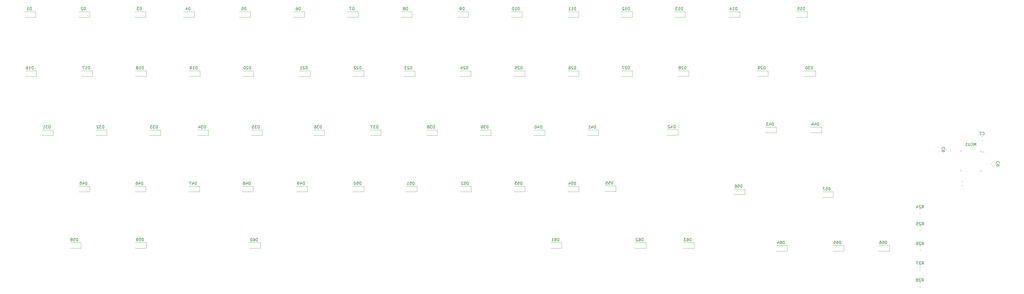
<source format=gbr>
%TF.GenerationSoftware,KiCad,Pcbnew,(6.0.4)*%
%TF.CreationDate,2023-03-10T15:04:03-05:00*%
%TF.ProjectId,main_board,6d61696e-5f62-46f6-9172-642e6b696361,v01*%
%TF.SameCoordinates,Original*%
%TF.FileFunction,Legend,Bot*%
%TF.FilePolarity,Positive*%
%FSLAX46Y46*%
G04 Gerber Fmt 4.6, Leading zero omitted, Abs format (unit mm)*
G04 Created by KiCad (PCBNEW (6.0.4)) date 2023-03-10 15:04:03*
%MOMM*%
%LPD*%
G01*
G04 APERTURE LIST*
%ADD10C,0.150000*%
%ADD11C,0.120000*%
G04 APERTURE END LIST*
D10*
%TO.C,R24*%
X561720857Y-294620380D02*
X562054190Y-294144190D01*
X562292285Y-294620380D02*
X562292285Y-293620380D01*
X561911333Y-293620380D01*
X561816095Y-293668000D01*
X561768476Y-293715619D01*
X561720857Y-293810857D01*
X561720857Y-293953714D01*
X561768476Y-294048952D01*
X561816095Y-294096571D01*
X561911333Y-294144190D01*
X562292285Y-294144190D01*
X561339904Y-293715619D02*
X561292285Y-293668000D01*
X561197047Y-293620380D01*
X560958952Y-293620380D01*
X560863714Y-293668000D01*
X560816095Y-293715619D01*
X560768476Y-293810857D01*
X560768476Y-293906095D01*
X560816095Y-294048952D01*
X561387523Y-294620380D01*
X560768476Y-294620380D01*
X559911333Y-293953714D02*
X559911333Y-294620380D01*
X560149428Y-293572761D02*
X560387523Y-294287047D01*
X559768476Y-294287047D01*
%TO.C,D46*%
X286064785Y-286270380D02*
X286064785Y-285270380D01*
X285826690Y-285270380D01*
X285683833Y-285318000D01*
X285588595Y-285413238D01*
X285540976Y-285508476D01*
X285493357Y-285698952D01*
X285493357Y-285841809D01*
X285540976Y-286032285D01*
X285588595Y-286127523D01*
X285683833Y-286222761D01*
X285826690Y-286270380D01*
X286064785Y-286270380D01*
X284636214Y-285603714D02*
X284636214Y-286270380D01*
X284874309Y-285222761D02*
X285112404Y-285937047D01*
X284493357Y-285937047D01*
X283683833Y-285270380D02*
X283874309Y-285270380D01*
X283969547Y-285318000D01*
X284017166Y-285365619D01*
X284112404Y-285508476D01*
X284160023Y-285698952D01*
X284160023Y-286079904D01*
X284112404Y-286175142D01*
X284064785Y-286222761D01*
X283969547Y-286270380D01*
X283779071Y-286270380D01*
X283683833Y-286222761D01*
X283636214Y-286175142D01*
X283588595Y-286079904D01*
X283588595Y-285841809D01*
X283636214Y-285746571D01*
X283683833Y-285698952D01*
X283779071Y-285651333D01*
X283969547Y-285651333D01*
X284064785Y-285698952D01*
X284112404Y-285746571D01*
X284160023Y-285841809D01*
%TO.C,D29*%
X506254785Y-245270380D02*
X506254785Y-244270380D01*
X506016690Y-244270380D01*
X505873833Y-244318000D01*
X505778595Y-244413238D01*
X505730976Y-244508476D01*
X505683357Y-244698952D01*
X505683357Y-244841809D01*
X505730976Y-245032285D01*
X505778595Y-245127523D01*
X505873833Y-245222761D01*
X506016690Y-245270380D01*
X506254785Y-245270380D01*
X505302404Y-244365619D02*
X505254785Y-244318000D01*
X505159547Y-244270380D01*
X504921452Y-244270380D01*
X504826214Y-244318000D01*
X504778595Y-244365619D01*
X504730976Y-244460857D01*
X504730976Y-244556095D01*
X504778595Y-244698952D01*
X505350023Y-245270380D01*
X504730976Y-245270380D01*
X504254785Y-245270380D02*
X504064309Y-245270380D01*
X503969071Y-245222761D01*
X503921452Y-245175142D01*
X503826214Y-245032285D01*
X503778595Y-244841809D01*
X503778595Y-244460857D01*
X503826214Y-244365619D01*
X503873833Y-244318000D01*
X503969071Y-244270380D01*
X504159547Y-244270380D01*
X504254785Y-244318000D01*
X504302404Y-244365619D01*
X504350023Y-244460857D01*
X504350023Y-244698952D01*
X504302404Y-244794190D01*
X504254785Y-244841809D01*
X504159547Y-244889428D01*
X503969071Y-244889428D01*
X503873833Y-244841809D01*
X503826214Y-244794190D01*
X503778595Y-244698952D01*
%TO.C,D55*%
X452379785Y-286150380D02*
X452379785Y-285150380D01*
X452141690Y-285150380D01*
X451998833Y-285198000D01*
X451903595Y-285293238D01*
X451855976Y-285388476D01*
X451808357Y-285578952D01*
X451808357Y-285721809D01*
X451855976Y-285912285D01*
X451903595Y-286007523D01*
X451998833Y-286102761D01*
X452141690Y-286150380D01*
X452379785Y-286150380D01*
X450903595Y-285150380D02*
X451379785Y-285150380D01*
X451427404Y-285626571D01*
X451379785Y-285578952D01*
X451284547Y-285531333D01*
X451046452Y-285531333D01*
X450951214Y-285578952D01*
X450903595Y-285626571D01*
X450855976Y-285721809D01*
X450855976Y-285959904D01*
X450903595Y-286055142D01*
X450951214Y-286102761D01*
X451046452Y-286150380D01*
X451284547Y-286150380D01*
X451379785Y-286102761D01*
X451427404Y-286055142D01*
X449951214Y-285150380D02*
X450427404Y-285150380D01*
X450475023Y-285626571D01*
X450427404Y-285578952D01*
X450332166Y-285531333D01*
X450094071Y-285531333D01*
X449998833Y-285578952D01*
X449951214Y-285626571D01*
X449903595Y-285721809D01*
X449903595Y-285959904D01*
X449951214Y-286055142D01*
X449998833Y-286102761D01*
X450094071Y-286150380D01*
X450332166Y-286150380D01*
X450427404Y-286102761D01*
X450475023Y-286055142D01*
%TO.C,R28*%
X561683357Y-320620380D02*
X562016690Y-320144190D01*
X562254785Y-320620380D02*
X562254785Y-319620380D01*
X561873833Y-319620380D01*
X561778595Y-319668000D01*
X561730976Y-319715619D01*
X561683357Y-319810857D01*
X561683357Y-319953714D01*
X561730976Y-320048952D01*
X561778595Y-320096571D01*
X561873833Y-320144190D01*
X562254785Y-320144190D01*
X561302404Y-319715619D02*
X561254785Y-319668000D01*
X561159547Y-319620380D01*
X560921452Y-319620380D01*
X560826214Y-319668000D01*
X560778595Y-319715619D01*
X560730976Y-319810857D01*
X560730976Y-319906095D01*
X560778595Y-320048952D01*
X561350023Y-320620380D01*
X560730976Y-320620380D01*
X560159547Y-320048952D02*
X560254785Y-320001333D01*
X560302404Y-319953714D01*
X560350023Y-319858476D01*
X560350023Y-319810857D01*
X560302404Y-319715619D01*
X560254785Y-319668000D01*
X560159547Y-319620380D01*
X559969071Y-319620380D01*
X559873833Y-319668000D01*
X559826214Y-319715619D01*
X559778595Y-319810857D01*
X559778595Y-319858476D01*
X559826214Y-319953714D01*
X559873833Y-320001333D01*
X559969071Y-320048952D01*
X560159547Y-320048952D01*
X560254785Y-320096571D01*
X560302404Y-320144190D01*
X560350023Y-320239428D01*
X560350023Y-320429904D01*
X560302404Y-320525142D01*
X560254785Y-320572761D01*
X560159547Y-320620380D01*
X559969071Y-320620380D01*
X559873833Y-320572761D01*
X559826214Y-320525142D01*
X559778595Y-320429904D01*
X559778595Y-320239428D01*
X559826214Y-320144190D01*
X559873833Y-320096571D01*
X559969071Y-320048952D01*
%TO.C,D50*%
X363254785Y-286270380D02*
X363254785Y-285270380D01*
X363016690Y-285270380D01*
X362873833Y-285318000D01*
X362778595Y-285413238D01*
X362730976Y-285508476D01*
X362683357Y-285698952D01*
X362683357Y-285841809D01*
X362730976Y-286032285D01*
X362778595Y-286127523D01*
X362873833Y-286222761D01*
X363016690Y-286270380D01*
X363254785Y-286270380D01*
X361778595Y-285270380D02*
X362254785Y-285270380D01*
X362302404Y-285746571D01*
X362254785Y-285698952D01*
X362159547Y-285651333D01*
X361921452Y-285651333D01*
X361826214Y-285698952D01*
X361778595Y-285746571D01*
X361730976Y-285841809D01*
X361730976Y-286079904D01*
X361778595Y-286175142D01*
X361826214Y-286222761D01*
X361921452Y-286270380D01*
X362159547Y-286270380D01*
X362254785Y-286222761D01*
X362302404Y-286175142D01*
X361111928Y-285270380D02*
X361016690Y-285270380D01*
X360921452Y-285318000D01*
X360873833Y-285365619D01*
X360826214Y-285460857D01*
X360778595Y-285651333D01*
X360778595Y-285889428D01*
X360826214Y-286079904D01*
X360873833Y-286175142D01*
X360921452Y-286222761D01*
X361016690Y-286270380D01*
X361111928Y-286270380D01*
X361207166Y-286222761D01*
X361254785Y-286175142D01*
X361302404Y-286079904D01*
X361350023Y-285889428D01*
X361350023Y-285651333D01*
X361302404Y-285460857D01*
X361254785Y-285365619D01*
X361207166Y-285318000D01*
X361111928Y-285270380D01*
%TO.C,D6*%
X341778595Y-224270380D02*
X341778595Y-223270380D01*
X341540500Y-223270380D01*
X341397642Y-223318000D01*
X341302404Y-223413238D01*
X341254785Y-223508476D01*
X341207166Y-223698952D01*
X341207166Y-223841809D01*
X341254785Y-224032285D01*
X341302404Y-224127523D01*
X341397642Y-224222761D01*
X341540500Y-224270380D01*
X341778595Y-224270380D01*
X340350023Y-223270380D02*
X340540500Y-223270380D01*
X340635738Y-223318000D01*
X340683357Y-223365619D01*
X340778595Y-223508476D01*
X340826214Y-223698952D01*
X340826214Y-224079904D01*
X340778595Y-224175142D01*
X340730976Y-224222761D01*
X340635738Y-224270380D01*
X340445261Y-224270380D01*
X340350023Y-224222761D01*
X340302404Y-224175142D01*
X340254785Y-224079904D01*
X340254785Y-223841809D01*
X340302404Y-223746571D01*
X340350023Y-223698952D01*
X340445261Y-223651333D01*
X340635738Y-223651333D01*
X340730976Y-223698952D01*
X340778595Y-223746571D01*
X340826214Y-223841809D01*
%TO.C,D9*%
X399778595Y-224270380D02*
X399778595Y-223270380D01*
X399540500Y-223270380D01*
X399397642Y-223318000D01*
X399302404Y-223413238D01*
X399254785Y-223508476D01*
X399207166Y-223698952D01*
X399207166Y-223841809D01*
X399254785Y-224032285D01*
X399302404Y-224127523D01*
X399397642Y-224222761D01*
X399540500Y-224270380D01*
X399778595Y-224270380D01*
X398730976Y-224270380D02*
X398540500Y-224270380D01*
X398445261Y-224222761D01*
X398397642Y-224175142D01*
X398302404Y-224032285D01*
X398254785Y-223841809D01*
X398254785Y-223460857D01*
X398302404Y-223365619D01*
X398350023Y-223318000D01*
X398445261Y-223270380D01*
X398635738Y-223270380D01*
X398730976Y-223318000D01*
X398778595Y-223365619D01*
X398826214Y-223460857D01*
X398826214Y-223698952D01*
X398778595Y-223794190D01*
X398730976Y-223841809D01*
X398635738Y-223889428D01*
X398445261Y-223889428D01*
X398350023Y-223841809D01*
X398302404Y-223794190D01*
X398254785Y-223698952D01*
%TO.C,D14*%
X496254785Y-224270380D02*
X496254785Y-223270380D01*
X496016690Y-223270380D01*
X495873833Y-223318000D01*
X495778595Y-223413238D01*
X495730976Y-223508476D01*
X495683357Y-223698952D01*
X495683357Y-223841809D01*
X495730976Y-224032285D01*
X495778595Y-224127523D01*
X495873833Y-224222761D01*
X496016690Y-224270380D01*
X496254785Y-224270380D01*
X494730976Y-224270380D02*
X495302404Y-224270380D01*
X495016690Y-224270380D02*
X495016690Y-223270380D01*
X495111928Y-223413238D01*
X495207166Y-223508476D01*
X495302404Y-223556095D01*
X493873833Y-223603714D02*
X493873833Y-224270380D01*
X494111928Y-223222761D02*
X494350023Y-223937047D01*
X493730976Y-223937047D01*
%TO.C,D11*%
X439254785Y-224270380D02*
X439254785Y-223270380D01*
X439016690Y-223270380D01*
X438873833Y-223318000D01*
X438778595Y-223413238D01*
X438730976Y-223508476D01*
X438683357Y-223698952D01*
X438683357Y-223841809D01*
X438730976Y-224032285D01*
X438778595Y-224127523D01*
X438873833Y-224222761D01*
X439016690Y-224270380D01*
X439254785Y-224270380D01*
X437730976Y-224270380D02*
X438302404Y-224270380D01*
X438016690Y-224270380D02*
X438016690Y-223270380D01*
X438111928Y-223413238D01*
X438207166Y-223508476D01*
X438302404Y-223556095D01*
X436778595Y-224270380D02*
X437350023Y-224270380D01*
X437064309Y-224270380D02*
X437064309Y-223270380D01*
X437159547Y-223413238D01*
X437254785Y-223508476D01*
X437350023Y-223556095D01*
%TO.C,D58*%
X263064785Y-306270380D02*
X263064785Y-305270380D01*
X262826690Y-305270380D01*
X262683833Y-305318000D01*
X262588595Y-305413238D01*
X262540976Y-305508476D01*
X262493357Y-305698952D01*
X262493357Y-305841809D01*
X262540976Y-306032285D01*
X262588595Y-306127523D01*
X262683833Y-306222761D01*
X262826690Y-306270380D01*
X263064785Y-306270380D01*
X261588595Y-305270380D02*
X262064785Y-305270380D01*
X262112404Y-305746571D01*
X262064785Y-305698952D01*
X261969547Y-305651333D01*
X261731452Y-305651333D01*
X261636214Y-305698952D01*
X261588595Y-305746571D01*
X261540976Y-305841809D01*
X261540976Y-306079904D01*
X261588595Y-306175142D01*
X261636214Y-306222761D01*
X261731452Y-306270380D01*
X261969547Y-306270380D01*
X262064785Y-306222761D01*
X262112404Y-306175142D01*
X260969547Y-305698952D02*
X261064785Y-305651333D01*
X261112404Y-305603714D01*
X261160023Y-305508476D01*
X261160023Y-305460857D01*
X261112404Y-305365619D01*
X261064785Y-305318000D01*
X260969547Y-305270380D01*
X260779071Y-305270380D01*
X260683833Y-305318000D01*
X260636214Y-305365619D01*
X260588595Y-305460857D01*
X260588595Y-305508476D01*
X260636214Y-305603714D01*
X260683833Y-305651333D01*
X260779071Y-305698952D01*
X260969547Y-305698952D01*
X261064785Y-305746571D01*
X261112404Y-305794190D01*
X261160023Y-305889428D01*
X261160023Y-306079904D01*
X261112404Y-306175142D01*
X261064785Y-306222761D01*
X260969547Y-306270380D01*
X260779071Y-306270380D01*
X260683833Y-306222761D01*
X260636214Y-306175142D01*
X260588595Y-306079904D01*
X260588595Y-305889428D01*
X260636214Y-305794190D01*
X260683833Y-305746571D01*
X260779071Y-305698952D01*
%TO.C,C9*%
X589077642Y-278651333D02*
X589125261Y-278603714D01*
X589172880Y-278460857D01*
X589172880Y-278365619D01*
X589125261Y-278222761D01*
X589030023Y-278127523D01*
X588934785Y-278079904D01*
X588744309Y-278032285D01*
X588601452Y-278032285D01*
X588410976Y-278079904D01*
X588315738Y-278127523D01*
X588220500Y-278222761D01*
X588172880Y-278365619D01*
X588172880Y-278460857D01*
X588220500Y-278603714D01*
X588268119Y-278651333D01*
X589172880Y-279127523D02*
X589172880Y-279318000D01*
X589125261Y-279413238D01*
X589077642Y-279460857D01*
X588934785Y-279556095D01*
X588744309Y-279603714D01*
X588363357Y-279603714D01*
X588268119Y-279556095D01*
X588220500Y-279508476D01*
X588172880Y-279413238D01*
X588172880Y-279222761D01*
X588220500Y-279127523D01*
X588268119Y-279079904D01*
X588363357Y-279032285D01*
X588601452Y-279032285D01*
X588696690Y-279079904D01*
X588744309Y-279127523D01*
X588791928Y-279222761D01*
X588791928Y-279413238D01*
X588744309Y-279508476D01*
X588696690Y-279556095D01*
X588601452Y-279603714D01*
%TO.C,D21*%
X344254785Y-245270380D02*
X344254785Y-244270380D01*
X344016690Y-244270380D01*
X343873833Y-244318000D01*
X343778595Y-244413238D01*
X343730976Y-244508476D01*
X343683357Y-244698952D01*
X343683357Y-244841809D01*
X343730976Y-245032285D01*
X343778595Y-245127523D01*
X343873833Y-245222761D01*
X344016690Y-245270380D01*
X344254785Y-245270380D01*
X343302404Y-244365619D02*
X343254785Y-244318000D01*
X343159547Y-244270380D01*
X342921452Y-244270380D01*
X342826214Y-244318000D01*
X342778595Y-244365619D01*
X342730976Y-244460857D01*
X342730976Y-244556095D01*
X342778595Y-244698952D01*
X343350023Y-245270380D01*
X342730976Y-245270380D01*
X341778595Y-245270380D02*
X342350023Y-245270380D01*
X342064309Y-245270380D02*
X342064309Y-244270380D01*
X342159547Y-244413238D01*
X342254785Y-244508476D01*
X342350023Y-244556095D01*
%TO.C,D60*%
X326602285Y-306300380D02*
X326602285Y-305300380D01*
X326364190Y-305300380D01*
X326221333Y-305348000D01*
X326126095Y-305443238D01*
X326078476Y-305538476D01*
X326030857Y-305728952D01*
X326030857Y-305871809D01*
X326078476Y-306062285D01*
X326126095Y-306157523D01*
X326221333Y-306252761D01*
X326364190Y-306300380D01*
X326602285Y-306300380D01*
X325173714Y-305300380D02*
X325364190Y-305300380D01*
X325459428Y-305348000D01*
X325507047Y-305395619D01*
X325602285Y-305538476D01*
X325649904Y-305728952D01*
X325649904Y-306109904D01*
X325602285Y-306205142D01*
X325554666Y-306252761D01*
X325459428Y-306300380D01*
X325268952Y-306300380D01*
X325173714Y-306252761D01*
X325126095Y-306205142D01*
X325078476Y-306109904D01*
X325078476Y-305871809D01*
X325126095Y-305776571D01*
X325173714Y-305728952D01*
X325268952Y-305681333D01*
X325459428Y-305681333D01*
X325554666Y-305728952D01*
X325602285Y-305776571D01*
X325649904Y-305871809D01*
X324459428Y-305300380D02*
X324364190Y-305300380D01*
X324268952Y-305348000D01*
X324221333Y-305395619D01*
X324173714Y-305490857D01*
X324126095Y-305681333D01*
X324126095Y-305919428D01*
X324173714Y-306109904D01*
X324221333Y-306205142D01*
X324268952Y-306252761D01*
X324364190Y-306300380D01*
X324459428Y-306300380D01*
X324554666Y-306252761D01*
X324602285Y-306205142D01*
X324649904Y-306109904D01*
X324697523Y-305919428D01*
X324697523Y-305681333D01*
X324649904Y-305490857D01*
X324602285Y-305395619D01*
X324554666Y-305348000D01*
X324459428Y-305300380D01*
%TO.C,D22*%
X363254785Y-245270380D02*
X363254785Y-244270380D01*
X363016690Y-244270380D01*
X362873833Y-244318000D01*
X362778595Y-244413238D01*
X362730976Y-244508476D01*
X362683357Y-244698952D01*
X362683357Y-244841809D01*
X362730976Y-245032285D01*
X362778595Y-245127523D01*
X362873833Y-245222761D01*
X363016690Y-245270380D01*
X363254785Y-245270380D01*
X362302404Y-244365619D02*
X362254785Y-244318000D01*
X362159547Y-244270380D01*
X361921452Y-244270380D01*
X361826214Y-244318000D01*
X361778595Y-244365619D01*
X361730976Y-244460857D01*
X361730976Y-244556095D01*
X361778595Y-244698952D01*
X362350023Y-245270380D01*
X361730976Y-245270380D01*
X361350023Y-244365619D02*
X361302404Y-244318000D01*
X361207166Y-244270380D01*
X360969071Y-244270380D01*
X360873833Y-244318000D01*
X360826214Y-244365619D01*
X360778595Y-244460857D01*
X360778595Y-244556095D01*
X360826214Y-244698952D01*
X361397642Y-245270380D01*
X360778595Y-245270380D01*
%TO.C,D15*%
X520254785Y-224270380D02*
X520254785Y-223270380D01*
X520016690Y-223270380D01*
X519873833Y-223318000D01*
X519778595Y-223413238D01*
X519730976Y-223508476D01*
X519683357Y-223698952D01*
X519683357Y-223841809D01*
X519730976Y-224032285D01*
X519778595Y-224127523D01*
X519873833Y-224222761D01*
X520016690Y-224270380D01*
X520254785Y-224270380D01*
X518730976Y-224270380D02*
X519302404Y-224270380D01*
X519016690Y-224270380D02*
X519016690Y-223270380D01*
X519111928Y-223413238D01*
X519207166Y-223508476D01*
X519302404Y-223556095D01*
X517826214Y-223270380D02*
X518302404Y-223270380D01*
X518350023Y-223746571D01*
X518302404Y-223698952D01*
X518207166Y-223651333D01*
X517969071Y-223651333D01*
X517873833Y-223698952D01*
X517826214Y-223746571D01*
X517778595Y-223841809D01*
X517778595Y-224079904D01*
X517826214Y-224175142D01*
X517873833Y-224222761D01*
X517969071Y-224270380D01*
X518207166Y-224270380D01*
X518302404Y-224222761D01*
X518350023Y-224175142D01*
%TO.C,D52*%
X401254785Y-286270380D02*
X401254785Y-285270380D01*
X401016690Y-285270380D01*
X400873833Y-285318000D01*
X400778595Y-285413238D01*
X400730976Y-285508476D01*
X400683357Y-285698952D01*
X400683357Y-285841809D01*
X400730976Y-286032285D01*
X400778595Y-286127523D01*
X400873833Y-286222761D01*
X401016690Y-286270380D01*
X401254785Y-286270380D01*
X399778595Y-285270380D02*
X400254785Y-285270380D01*
X400302404Y-285746571D01*
X400254785Y-285698952D01*
X400159547Y-285651333D01*
X399921452Y-285651333D01*
X399826214Y-285698952D01*
X399778595Y-285746571D01*
X399730976Y-285841809D01*
X399730976Y-286079904D01*
X399778595Y-286175142D01*
X399826214Y-286222761D01*
X399921452Y-286270380D01*
X400159547Y-286270380D01*
X400254785Y-286222761D01*
X400302404Y-286175142D01*
X399350023Y-285365619D02*
X399302404Y-285318000D01*
X399207166Y-285270380D01*
X398969071Y-285270380D01*
X398873833Y-285318000D01*
X398826214Y-285365619D01*
X398778595Y-285460857D01*
X398778595Y-285556095D01*
X398826214Y-285698952D01*
X399397642Y-286270380D01*
X398778595Y-286270380D01*
%TO.C,D2*%
X265778595Y-224270380D02*
X265778595Y-223270380D01*
X265540500Y-223270380D01*
X265397642Y-223318000D01*
X265302404Y-223413238D01*
X265254785Y-223508476D01*
X265207166Y-223698952D01*
X265207166Y-223841809D01*
X265254785Y-224032285D01*
X265302404Y-224127523D01*
X265397642Y-224222761D01*
X265540500Y-224270380D01*
X265778595Y-224270380D01*
X264826214Y-223365619D02*
X264778595Y-223318000D01*
X264683357Y-223270380D01*
X264445261Y-223270380D01*
X264350023Y-223318000D01*
X264302404Y-223365619D01*
X264254785Y-223460857D01*
X264254785Y-223556095D01*
X264302404Y-223698952D01*
X264873833Y-224270380D01*
X264254785Y-224270380D01*
%TO.C,R27*%
X561720857Y-314620380D02*
X562054190Y-314144190D01*
X562292285Y-314620380D02*
X562292285Y-313620380D01*
X561911333Y-313620380D01*
X561816095Y-313668000D01*
X561768476Y-313715619D01*
X561720857Y-313810857D01*
X561720857Y-313953714D01*
X561768476Y-314048952D01*
X561816095Y-314096571D01*
X561911333Y-314144190D01*
X562292285Y-314144190D01*
X561339904Y-313715619D02*
X561292285Y-313668000D01*
X561197047Y-313620380D01*
X560958952Y-313620380D01*
X560863714Y-313668000D01*
X560816095Y-313715619D01*
X560768476Y-313810857D01*
X560768476Y-313906095D01*
X560816095Y-314048952D01*
X561387523Y-314620380D01*
X560768476Y-314620380D01*
X560435142Y-313620380D02*
X559768476Y-313620380D01*
X560197047Y-314620380D01*
%TO.C,D7*%
X360778595Y-224270380D02*
X360778595Y-223270380D01*
X360540500Y-223270380D01*
X360397642Y-223318000D01*
X360302404Y-223413238D01*
X360254785Y-223508476D01*
X360207166Y-223698952D01*
X360207166Y-223841809D01*
X360254785Y-224032285D01*
X360302404Y-224127523D01*
X360397642Y-224222761D01*
X360540500Y-224270380D01*
X360778595Y-224270380D01*
X359873833Y-223270380D02*
X359207166Y-223270380D01*
X359635738Y-224270380D01*
%TO.C,D28*%
X478254785Y-245270380D02*
X478254785Y-244270380D01*
X478016690Y-244270380D01*
X477873833Y-244318000D01*
X477778595Y-244413238D01*
X477730976Y-244508476D01*
X477683357Y-244698952D01*
X477683357Y-244841809D01*
X477730976Y-245032285D01*
X477778595Y-245127523D01*
X477873833Y-245222761D01*
X478016690Y-245270380D01*
X478254785Y-245270380D01*
X477302404Y-244365619D02*
X477254785Y-244318000D01*
X477159547Y-244270380D01*
X476921452Y-244270380D01*
X476826214Y-244318000D01*
X476778595Y-244365619D01*
X476730976Y-244460857D01*
X476730976Y-244556095D01*
X476778595Y-244698952D01*
X477350023Y-245270380D01*
X476730976Y-245270380D01*
X476159547Y-244698952D02*
X476254785Y-244651333D01*
X476302404Y-244603714D01*
X476350023Y-244508476D01*
X476350023Y-244460857D01*
X476302404Y-244365619D01*
X476254785Y-244318000D01*
X476159547Y-244270380D01*
X475969071Y-244270380D01*
X475873833Y-244318000D01*
X475826214Y-244365619D01*
X475778595Y-244460857D01*
X475778595Y-244508476D01*
X475826214Y-244603714D01*
X475873833Y-244651333D01*
X475969071Y-244698952D01*
X476159547Y-244698952D01*
X476254785Y-244746571D01*
X476302404Y-244794190D01*
X476350023Y-244889428D01*
X476350023Y-245079904D01*
X476302404Y-245175142D01*
X476254785Y-245222761D01*
X476159547Y-245270380D01*
X475969071Y-245270380D01*
X475873833Y-245222761D01*
X475826214Y-245175142D01*
X475778595Y-245079904D01*
X475778595Y-244889428D01*
X475826214Y-244794190D01*
X475873833Y-244746571D01*
X475969071Y-244698952D01*
%TO.C,D49*%
X343254785Y-286270380D02*
X343254785Y-285270380D01*
X343016690Y-285270380D01*
X342873833Y-285318000D01*
X342778595Y-285413238D01*
X342730976Y-285508476D01*
X342683357Y-285698952D01*
X342683357Y-285841809D01*
X342730976Y-286032285D01*
X342778595Y-286127523D01*
X342873833Y-286222761D01*
X343016690Y-286270380D01*
X343254785Y-286270380D01*
X341826214Y-285603714D02*
X341826214Y-286270380D01*
X342064309Y-285222761D02*
X342302404Y-285937047D01*
X341683357Y-285937047D01*
X341254785Y-286270380D02*
X341064309Y-286270380D01*
X340969071Y-286222761D01*
X340921452Y-286175142D01*
X340826214Y-286032285D01*
X340778595Y-285841809D01*
X340778595Y-285460857D01*
X340826214Y-285365619D01*
X340873833Y-285318000D01*
X340969071Y-285270380D01*
X341159547Y-285270380D01*
X341254785Y-285318000D01*
X341302404Y-285365619D01*
X341350023Y-285460857D01*
X341350023Y-285698952D01*
X341302404Y-285794190D01*
X341254785Y-285841809D01*
X341159547Y-285889428D01*
X340969071Y-285889428D01*
X340873833Y-285841809D01*
X340826214Y-285794190D01*
X340778595Y-285698952D01*
%TO.C,D39*%
X408254785Y-266270380D02*
X408254785Y-265270380D01*
X408016690Y-265270380D01*
X407873833Y-265318000D01*
X407778595Y-265413238D01*
X407730976Y-265508476D01*
X407683357Y-265698952D01*
X407683357Y-265841809D01*
X407730976Y-266032285D01*
X407778595Y-266127523D01*
X407873833Y-266222761D01*
X408016690Y-266270380D01*
X408254785Y-266270380D01*
X407350023Y-265270380D02*
X406730976Y-265270380D01*
X407064309Y-265651333D01*
X406921452Y-265651333D01*
X406826214Y-265698952D01*
X406778595Y-265746571D01*
X406730976Y-265841809D01*
X406730976Y-266079904D01*
X406778595Y-266175142D01*
X406826214Y-266222761D01*
X406921452Y-266270380D01*
X407207166Y-266270380D01*
X407302404Y-266222761D01*
X407350023Y-266175142D01*
X406254785Y-266270380D02*
X406064309Y-266270380D01*
X405969071Y-266222761D01*
X405921452Y-266175142D01*
X405826214Y-266032285D01*
X405778595Y-265841809D01*
X405778595Y-265460857D01*
X405826214Y-265365619D01*
X405873833Y-265318000D01*
X405969071Y-265270380D01*
X406159547Y-265270380D01*
X406254785Y-265318000D01*
X406302404Y-265365619D01*
X406350023Y-265460857D01*
X406350023Y-265698952D01*
X406302404Y-265794190D01*
X406254785Y-265841809D01*
X406159547Y-265889428D01*
X405969071Y-265889428D01*
X405873833Y-265841809D01*
X405826214Y-265794190D01*
X405778595Y-265698952D01*
%TO.C,R26*%
X561720857Y-307620380D02*
X562054190Y-307144190D01*
X562292285Y-307620380D02*
X562292285Y-306620380D01*
X561911333Y-306620380D01*
X561816095Y-306668000D01*
X561768476Y-306715619D01*
X561720857Y-306810857D01*
X561720857Y-306953714D01*
X561768476Y-307048952D01*
X561816095Y-307096571D01*
X561911333Y-307144190D01*
X562292285Y-307144190D01*
X561339904Y-306715619D02*
X561292285Y-306668000D01*
X561197047Y-306620380D01*
X560958952Y-306620380D01*
X560863714Y-306668000D01*
X560816095Y-306715619D01*
X560768476Y-306810857D01*
X560768476Y-306906095D01*
X560816095Y-307048952D01*
X561387523Y-307620380D01*
X560768476Y-307620380D01*
X559911333Y-306620380D02*
X560101809Y-306620380D01*
X560197047Y-306668000D01*
X560244666Y-306715619D01*
X560339904Y-306858476D01*
X560387523Y-307048952D01*
X560387523Y-307429904D01*
X560339904Y-307525142D01*
X560292285Y-307572761D01*
X560197047Y-307620380D01*
X560006571Y-307620380D01*
X559911333Y-307572761D01*
X559863714Y-307525142D01*
X559816095Y-307429904D01*
X559816095Y-307191809D01*
X559863714Y-307096571D01*
X559911333Y-307048952D01*
X560006571Y-307001333D01*
X560197047Y-307001333D01*
X560292285Y-307048952D01*
X560339904Y-307096571D01*
X560387523Y-307191809D01*
%TO.C,D64*%
X513064785Y-307270380D02*
X513064785Y-306270380D01*
X512826690Y-306270380D01*
X512683833Y-306318000D01*
X512588595Y-306413238D01*
X512540976Y-306508476D01*
X512493357Y-306698952D01*
X512493357Y-306841809D01*
X512540976Y-307032285D01*
X512588595Y-307127523D01*
X512683833Y-307222761D01*
X512826690Y-307270380D01*
X513064785Y-307270380D01*
X511636214Y-306270380D02*
X511826690Y-306270380D01*
X511921928Y-306318000D01*
X511969547Y-306365619D01*
X512064785Y-306508476D01*
X512112404Y-306698952D01*
X512112404Y-307079904D01*
X512064785Y-307175142D01*
X512017166Y-307222761D01*
X511921928Y-307270380D01*
X511731452Y-307270380D01*
X511636214Y-307222761D01*
X511588595Y-307175142D01*
X511540976Y-307079904D01*
X511540976Y-306841809D01*
X511588595Y-306746571D01*
X511636214Y-306698952D01*
X511731452Y-306651333D01*
X511921928Y-306651333D01*
X512017166Y-306698952D01*
X512064785Y-306746571D01*
X512112404Y-306841809D01*
X510683833Y-306603714D02*
X510683833Y-307270380D01*
X510921928Y-306222761D02*
X511160023Y-306937047D01*
X510540976Y-306937047D01*
%TO.C,D41*%
X446254785Y-266270380D02*
X446254785Y-265270380D01*
X446016690Y-265270380D01*
X445873833Y-265318000D01*
X445778595Y-265413238D01*
X445730976Y-265508476D01*
X445683357Y-265698952D01*
X445683357Y-265841809D01*
X445730976Y-266032285D01*
X445778595Y-266127523D01*
X445873833Y-266222761D01*
X446016690Y-266270380D01*
X446254785Y-266270380D01*
X444826214Y-265603714D02*
X444826214Y-266270380D01*
X445064309Y-265222761D02*
X445302404Y-265937047D01*
X444683357Y-265937047D01*
X443778595Y-266270380D02*
X444350023Y-266270380D01*
X444064309Y-266270380D02*
X444064309Y-265270380D01*
X444159547Y-265413238D01*
X444254785Y-265508476D01*
X444350023Y-265556095D01*
%TO.C,D32*%
X272254785Y-266270380D02*
X272254785Y-265270380D01*
X272016690Y-265270380D01*
X271873833Y-265318000D01*
X271778595Y-265413238D01*
X271730976Y-265508476D01*
X271683357Y-265698952D01*
X271683357Y-265841809D01*
X271730976Y-266032285D01*
X271778595Y-266127523D01*
X271873833Y-266222761D01*
X272016690Y-266270380D01*
X272254785Y-266270380D01*
X271350023Y-265270380D02*
X270730976Y-265270380D01*
X271064309Y-265651333D01*
X270921452Y-265651333D01*
X270826214Y-265698952D01*
X270778595Y-265746571D01*
X270730976Y-265841809D01*
X270730976Y-266079904D01*
X270778595Y-266175142D01*
X270826214Y-266222761D01*
X270921452Y-266270380D01*
X271207166Y-266270380D01*
X271302404Y-266222761D01*
X271350023Y-266175142D01*
X270350023Y-265365619D02*
X270302404Y-265318000D01*
X270207166Y-265270380D01*
X269969071Y-265270380D01*
X269873833Y-265318000D01*
X269826214Y-265365619D01*
X269778595Y-265460857D01*
X269778595Y-265556095D01*
X269826214Y-265698952D01*
X270397642Y-266270380D01*
X269778595Y-266270380D01*
%TO.C,D18*%
X286254785Y-245270380D02*
X286254785Y-244270380D01*
X286016690Y-244270380D01*
X285873833Y-244318000D01*
X285778595Y-244413238D01*
X285730976Y-244508476D01*
X285683357Y-244698952D01*
X285683357Y-244841809D01*
X285730976Y-245032285D01*
X285778595Y-245127523D01*
X285873833Y-245222761D01*
X286016690Y-245270380D01*
X286254785Y-245270380D01*
X284730976Y-245270380D02*
X285302404Y-245270380D01*
X285016690Y-245270380D02*
X285016690Y-244270380D01*
X285111928Y-244413238D01*
X285207166Y-244508476D01*
X285302404Y-244556095D01*
X284159547Y-244698952D02*
X284254785Y-244651333D01*
X284302404Y-244603714D01*
X284350023Y-244508476D01*
X284350023Y-244460857D01*
X284302404Y-244365619D01*
X284254785Y-244318000D01*
X284159547Y-244270380D01*
X283969071Y-244270380D01*
X283873833Y-244318000D01*
X283826214Y-244365619D01*
X283778595Y-244460857D01*
X283778595Y-244508476D01*
X283826214Y-244603714D01*
X283873833Y-244651333D01*
X283969071Y-244698952D01*
X284159547Y-244698952D01*
X284254785Y-244746571D01*
X284302404Y-244794190D01*
X284350023Y-244889428D01*
X284350023Y-245079904D01*
X284302404Y-245175142D01*
X284254785Y-245222761D01*
X284159547Y-245270380D01*
X283969071Y-245270380D01*
X283873833Y-245222761D01*
X283826214Y-245175142D01*
X283778595Y-245079904D01*
X283778595Y-244889428D01*
X283826214Y-244794190D01*
X283873833Y-244746571D01*
X283969071Y-244698952D01*
%TO.C,D44*%
X525254785Y-265270380D02*
X525254785Y-264270380D01*
X525016690Y-264270380D01*
X524873833Y-264318000D01*
X524778595Y-264413238D01*
X524730976Y-264508476D01*
X524683357Y-264698952D01*
X524683357Y-264841809D01*
X524730976Y-265032285D01*
X524778595Y-265127523D01*
X524873833Y-265222761D01*
X525016690Y-265270380D01*
X525254785Y-265270380D01*
X523826214Y-264603714D02*
X523826214Y-265270380D01*
X524064309Y-264222761D02*
X524302404Y-264937047D01*
X523683357Y-264937047D01*
X522873833Y-264603714D02*
X522873833Y-265270380D01*
X523111928Y-264222761D02*
X523350023Y-264937047D01*
X522730976Y-264937047D01*
%TO.C,D62*%
X463064785Y-306270380D02*
X463064785Y-305270380D01*
X462826690Y-305270380D01*
X462683833Y-305318000D01*
X462588595Y-305413238D01*
X462540976Y-305508476D01*
X462493357Y-305698952D01*
X462493357Y-305841809D01*
X462540976Y-306032285D01*
X462588595Y-306127523D01*
X462683833Y-306222761D01*
X462826690Y-306270380D01*
X463064785Y-306270380D01*
X461636214Y-305270380D02*
X461826690Y-305270380D01*
X461921928Y-305318000D01*
X461969547Y-305365619D01*
X462064785Y-305508476D01*
X462112404Y-305698952D01*
X462112404Y-306079904D01*
X462064785Y-306175142D01*
X462017166Y-306222761D01*
X461921928Y-306270380D01*
X461731452Y-306270380D01*
X461636214Y-306222761D01*
X461588595Y-306175142D01*
X461540976Y-306079904D01*
X461540976Y-305841809D01*
X461588595Y-305746571D01*
X461636214Y-305698952D01*
X461731452Y-305651333D01*
X461921928Y-305651333D01*
X462017166Y-305698952D01*
X462064785Y-305746571D01*
X462112404Y-305841809D01*
X461160023Y-305365619D02*
X461112404Y-305318000D01*
X461017166Y-305270380D01*
X460779071Y-305270380D01*
X460683833Y-305318000D01*
X460636214Y-305365619D01*
X460588595Y-305460857D01*
X460588595Y-305556095D01*
X460636214Y-305698952D01*
X461207642Y-306270380D01*
X460588595Y-306270380D01*
%TO.C,D8*%
X379778595Y-224270380D02*
X379778595Y-223270380D01*
X379540500Y-223270380D01*
X379397642Y-223318000D01*
X379302404Y-223413238D01*
X379254785Y-223508476D01*
X379207166Y-223698952D01*
X379207166Y-223841809D01*
X379254785Y-224032285D01*
X379302404Y-224127523D01*
X379397642Y-224222761D01*
X379540500Y-224270380D01*
X379778595Y-224270380D01*
X378635738Y-223698952D02*
X378730976Y-223651333D01*
X378778595Y-223603714D01*
X378826214Y-223508476D01*
X378826214Y-223460857D01*
X378778595Y-223365619D01*
X378730976Y-223318000D01*
X378635738Y-223270380D01*
X378445261Y-223270380D01*
X378350023Y-223318000D01*
X378302404Y-223365619D01*
X378254785Y-223460857D01*
X378254785Y-223508476D01*
X378302404Y-223603714D01*
X378350023Y-223651333D01*
X378445261Y-223698952D01*
X378635738Y-223698952D01*
X378730976Y-223746571D01*
X378778595Y-223794190D01*
X378826214Y-223889428D01*
X378826214Y-224079904D01*
X378778595Y-224175142D01*
X378730976Y-224222761D01*
X378635738Y-224270380D01*
X378445261Y-224270380D01*
X378350023Y-224222761D01*
X378302404Y-224175142D01*
X378254785Y-224079904D01*
X378254785Y-223889428D01*
X378302404Y-223794190D01*
X378350023Y-223746571D01*
X378445261Y-223698952D01*
%TO.C,D56*%
X498064785Y-287270380D02*
X498064785Y-286270380D01*
X497826690Y-286270380D01*
X497683833Y-286318000D01*
X497588595Y-286413238D01*
X497540976Y-286508476D01*
X497493357Y-286698952D01*
X497493357Y-286841809D01*
X497540976Y-287032285D01*
X497588595Y-287127523D01*
X497683833Y-287222761D01*
X497826690Y-287270380D01*
X498064785Y-287270380D01*
X496588595Y-286270380D02*
X497064785Y-286270380D01*
X497112404Y-286746571D01*
X497064785Y-286698952D01*
X496969547Y-286651333D01*
X496731452Y-286651333D01*
X496636214Y-286698952D01*
X496588595Y-286746571D01*
X496540976Y-286841809D01*
X496540976Y-287079904D01*
X496588595Y-287175142D01*
X496636214Y-287222761D01*
X496731452Y-287270380D01*
X496969547Y-287270380D01*
X497064785Y-287222761D01*
X497112404Y-287175142D01*
X495683833Y-286270380D02*
X495874309Y-286270380D01*
X495969547Y-286318000D01*
X496017166Y-286365619D01*
X496112404Y-286508476D01*
X496160023Y-286698952D01*
X496160023Y-287079904D01*
X496112404Y-287175142D01*
X496064785Y-287222761D01*
X495969547Y-287270380D01*
X495779071Y-287270380D01*
X495683833Y-287222761D01*
X495636214Y-287175142D01*
X495588595Y-287079904D01*
X495588595Y-286841809D01*
X495636214Y-286746571D01*
X495683833Y-286698952D01*
X495779071Y-286651333D01*
X495969547Y-286651333D01*
X496064785Y-286698952D01*
X496112404Y-286746571D01*
X496160023Y-286841809D01*
%TO.C,D35*%
X327254785Y-266270380D02*
X327254785Y-265270380D01*
X327016690Y-265270380D01*
X326873833Y-265318000D01*
X326778595Y-265413238D01*
X326730976Y-265508476D01*
X326683357Y-265698952D01*
X326683357Y-265841809D01*
X326730976Y-266032285D01*
X326778595Y-266127523D01*
X326873833Y-266222761D01*
X327016690Y-266270380D01*
X327254785Y-266270380D01*
X326350023Y-265270380D02*
X325730976Y-265270380D01*
X326064309Y-265651333D01*
X325921452Y-265651333D01*
X325826214Y-265698952D01*
X325778595Y-265746571D01*
X325730976Y-265841809D01*
X325730976Y-266079904D01*
X325778595Y-266175142D01*
X325826214Y-266222761D01*
X325921452Y-266270380D01*
X326207166Y-266270380D01*
X326302404Y-266222761D01*
X326350023Y-266175142D01*
X324826214Y-265270380D02*
X325302404Y-265270380D01*
X325350023Y-265746571D01*
X325302404Y-265698952D01*
X325207166Y-265651333D01*
X324969071Y-265651333D01*
X324873833Y-265698952D01*
X324826214Y-265746571D01*
X324778595Y-265841809D01*
X324778595Y-266079904D01*
X324826214Y-266175142D01*
X324873833Y-266222761D01*
X324969071Y-266270380D01*
X325207166Y-266270380D01*
X325302404Y-266222761D01*
X325350023Y-266175142D01*
%TO.C,D57*%
X529254785Y-288270380D02*
X529254785Y-287270380D01*
X529016690Y-287270380D01*
X528873833Y-287318000D01*
X528778595Y-287413238D01*
X528730976Y-287508476D01*
X528683357Y-287698952D01*
X528683357Y-287841809D01*
X528730976Y-288032285D01*
X528778595Y-288127523D01*
X528873833Y-288222761D01*
X529016690Y-288270380D01*
X529254785Y-288270380D01*
X527778595Y-287270380D02*
X528254785Y-287270380D01*
X528302404Y-287746571D01*
X528254785Y-287698952D01*
X528159547Y-287651333D01*
X527921452Y-287651333D01*
X527826214Y-287698952D01*
X527778595Y-287746571D01*
X527730976Y-287841809D01*
X527730976Y-288079904D01*
X527778595Y-288175142D01*
X527826214Y-288222761D01*
X527921452Y-288270380D01*
X528159547Y-288270380D01*
X528254785Y-288222761D01*
X528302404Y-288175142D01*
X527397642Y-287270380D02*
X526730976Y-287270380D01*
X527159547Y-288270380D01*
%TO.C,D10*%
X419254785Y-224270380D02*
X419254785Y-223270380D01*
X419016690Y-223270380D01*
X418873833Y-223318000D01*
X418778595Y-223413238D01*
X418730976Y-223508476D01*
X418683357Y-223698952D01*
X418683357Y-223841809D01*
X418730976Y-224032285D01*
X418778595Y-224127523D01*
X418873833Y-224222761D01*
X419016690Y-224270380D01*
X419254785Y-224270380D01*
X417730976Y-224270380D02*
X418302404Y-224270380D01*
X418016690Y-224270380D02*
X418016690Y-223270380D01*
X418111928Y-223413238D01*
X418207166Y-223508476D01*
X418302404Y-223556095D01*
X417111928Y-223270380D02*
X417016690Y-223270380D01*
X416921452Y-223318000D01*
X416873833Y-223365619D01*
X416826214Y-223460857D01*
X416778595Y-223651333D01*
X416778595Y-223889428D01*
X416826214Y-224079904D01*
X416873833Y-224175142D01*
X416921452Y-224222761D01*
X417016690Y-224270380D01*
X417111928Y-224270380D01*
X417207166Y-224222761D01*
X417254785Y-224175142D01*
X417302404Y-224079904D01*
X417350023Y-223889428D01*
X417350023Y-223651333D01*
X417302404Y-223460857D01*
X417254785Y-223365619D01*
X417207166Y-223318000D01*
X417111928Y-223270380D01*
%TO.C,D19*%
X305254785Y-245270380D02*
X305254785Y-244270380D01*
X305016690Y-244270380D01*
X304873833Y-244318000D01*
X304778595Y-244413238D01*
X304730976Y-244508476D01*
X304683357Y-244698952D01*
X304683357Y-244841809D01*
X304730976Y-245032285D01*
X304778595Y-245127523D01*
X304873833Y-245222761D01*
X305016690Y-245270380D01*
X305254785Y-245270380D01*
X303730976Y-245270380D02*
X304302404Y-245270380D01*
X304016690Y-245270380D02*
X304016690Y-244270380D01*
X304111928Y-244413238D01*
X304207166Y-244508476D01*
X304302404Y-244556095D01*
X303254785Y-245270380D02*
X303064309Y-245270380D01*
X302969071Y-245222761D01*
X302921452Y-245175142D01*
X302826214Y-245032285D01*
X302778595Y-244841809D01*
X302778595Y-244460857D01*
X302826214Y-244365619D01*
X302873833Y-244318000D01*
X302969071Y-244270380D01*
X303159547Y-244270380D01*
X303254785Y-244318000D01*
X303302404Y-244365619D01*
X303350023Y-244460857D01*
X303350023Y-244698952D01*
X303302404Y-244794190D01*
X303254785Y-244841809D01*
X303159547Y-244889428D01*
X302969071Y-244889428D01*
X302873833Y-244841809D01*
X302826214Y-244794190D01*
X302778595Y-244698952D01*
%TO.C,D38*%
X389254785Y-266270380D02*
X389254785Y-265270380D01*
X389016690Y-265270380D01*
X388873833Y-265318000D01*
X388778595Y-265413238D01*
X388730976Y-265508476D01*
X388683357Y-265698952D01*
X388683357Y-265841809D01*
X388730976Y-266032285D01*
X388778595Y-266127523D01*
X388873833Y-266222761D01*
X389016690Y-266270380D01*
X389254785Y-266270380D01*
X388350023Y-265270380D02*
X387730976Y-265270380D01*
X388064309Y-265651333D01*
X387921452Y-265651333D01*
X387826214Y-265698952D01*
X387778595Y-265746571D01*
X387730976Y-265841809D01*
X387730976Y-266079904D01*
X387778595Y-266175142D01*
X387826214Y-266222761D01*
X387921452Y-266270380D01*
X388207166Y-266270380D01*
X388302404Y-266222761D01*
X388350023Y-266175142D01*
X387159547Y-265698952D02*
X387254785Y-265651333D01*
X387302404Y-265603714D01*
X387350023Y-265508476D01*
X387350023Y-265460857D01*
X387302404Y-265365619D01*
X387254785Y-265318000D01*
X387159547Y-265270380D01*
X386969071Y-265270380D01*
X386873833Y-265318000D01*
X386826214Y-265365619D01*
X386778595Y-265460857D01*
X386778595Y-265508476D01*
X386826214Y-265603714D01*
X386873833Y-265651333D01*
X386969071Y-265698952D01*
X387159547Y-265698952D01*
X387254785Y-265746571D01*
X387302404Y-265794190D01*
X387350023Y-265889428D01*
X387350023Y-266079904D01*
X387302404Y-266175142D01*
X387254785Y-266222761D01*
X387159547Y-266270380D01*
X386969071Y-266270380D01*
X386873833Y-266222761D01*
X386826214Y-266175142D01*
X386778595Y-266079904D01*
X386778595Y-265889428D01*
X386826214Y-265794190D01*
X386873833Y-265746571D01*
X386969071Y-265698952D01*
%TO.C,D63*%
X480064785Y-306270380D02*
X480064785Y-305270380D01*
X479826690Y-305270380D01*
X479683833Y-305318000D01*
X479588595Y-305413238D01*
X479540976Y-305508476D01*
X479493357Y-305698952D01*
X479493357Y-305841809D01*
X479540976Y-306032285D01*
X479588595Y-306127523D01*
X479683833Y-306222761D01*
X479826690Y-306270380D01*
X480064785Y-306270380D01*
X478636214Y-305270380D02*
X478826690Y-305270380D01*
X478921928Y-305318000D01*
X478969547Y-305365619D01*
X479064785Y-305508476D01*
X479112404Y-305698952D01*
X479112404Y-306079904D01*
X479064785Y-306175142D01*
X479017166Y-306222761D01*
X478921928Y-306270380D01*
X478731452Y-306270380D01*
X478636214Y-306222761D01*
X478588595Y-306175142D01*
X478540976Y-306079904D01*
X478540976Y-305841809D01*
X478588595Y-305746571D01*
X478636214Y-305698952D01*
X478731452Y-305651333D01*
X478921928Y-305651333D01*
X479017166Y-305698952D01*
X479064785Y-305746571D01*
X479112404Y-305841809D01*
X478207642Y-305270380D02*
X477588595Y-305270380D01*
X477921928Y-305651333D01*
X477779071Y-305651333D01*
X477683833Y-305698952D01*
X477636214Y-305746571D01*
X477588595Y-305841809D01*
X477588595Y-306079904D01*
X477636214Y-306175142D01*
X477683833Y-306222761D01*
X477779071Y-306270380D01*
X478064785Y-306270380D01*
X478160023Y-306222761D01*
X478207642Y-306175142D01*
%TO.C,D26*%
X439254785Y-245270380D02*
X439254785Y-244270380D01*
X439016690Y-244270380D01*
X438873833Y-244318000D01*
X438778595Y-244413238D01*
X438730976Y-244508476D01*
X438683357Y-244698952D01*
X438683357Y-244841809D01*
X438730976Y-245032285D01*
X438778595Y-245127523D01*
X438873833Y-245222761D01*
X439016690Y-245270380D01*
X439254785Y-245270380D01*
X438302404Y-244365619D02*
X438254785Y-244318000D01*
X438159547Y-244270380D01*
X437921452Y-244270380D01*
X437826214Y-244318000D01*
X437778595Y-244365619D01*
X437730976Y-244460857D01*
X437730976Y-244556095D01*
X437778595Y-244698952D01*
X438350023Y-245270380D01*
X437730976Y-245270380D01*
X436873833Y-244270380D02*
X437064309Y-244270380D01*
X437159547Y-244318000D01*
X437207166Y-244365619D01*
X437302404Y-244508476D01*
X437350023Y-244698952D01*
X437350023Y-245079904D01*
X437302404Y-245175142D01*
X437254785Y-245222761D01*
X437159547Y-245270380D01*
X436969071Y-245270380D01*
X436873833Y-245222761D01*
X436826214Y-245175142D01*
X436778595Y-245079904D01*
X436778595Y-244841809D01*
X436826214Y-244746571D01*
X436873833Y-244698952D01*
X436969071Y-244651333D01*
X437159547Y-244651333D01*
X437254785Y-244698952D01*
X437302404Y-244746571D01*
X437350023Y-244841809D01*
%TO.C,D54*%
X439254785Y-286270380D02*
X439254785Y-285270380D01*
X439016690Y-285270380D01*
X438873833Y-285318000D01*
X438778595Y-285413238D01*
X438730976Y-285508476D01*
X438683357Y-285698952D01*
X438683357Y-285841809D01*
X438730976Y-286032285D01*
X438778595Y-286127523D01*
X438873833Y-286222761D01*
X439016690Y-286270380D01*
X439254785Y-286270380D01*
X437778595Y-285270380D02*
X438254785Y-285270380D01*
X438302404Y-285746571D01*
X438254785Y-285698952D01*
X438159547Y-285651333D01*
X437921452Y-285651333D01*
X437826214Y-285698952D01*
X437778595Y-285746571D01*
X437730976Y-285841809D01*
X437730976Y-286079904D01*
X437778595Y-286175142D01*
X437826214Y-286222761D01*
X437921452Y-286270380D01*
X438159547Y-286270380D01*
X438254785Y-286222761D01*
X438302404Y-286175142D01*
X436873833Y-285603714D02*
X436873833Y-286270380D01*
X437111928Y-285222761D02*
X437350023Y-285937047D01*
X436730976Y-285937047D01*
%TO.C,D20*%
X324254785Y-245270380D02*
X324254785Y-244270380D01*
X324016690Y-244270380D01*
X323873833Y-244318000D01*
X323778595Y-244413238D01*
X323730976Y-244508476D01*
X323683357Y-244698952D01*
X323683357Y-244841809D01*
X323730976Y-245032285D01*
X323778595Y-245127523D01*
X323873833Y-245222761D01*
X324016690Y-245270380D01*
X324254785Y-245270380D01*
X323302404Y-244365619D02*
X323254785Y-244318000D01*
X323159547Y-244270380D01*
X322921452Y-244270380D01*
X322826214Y-244318000D01*
X322778595Y-244365619D01*
X322730976Y-244460857D01*
X322730976Y-244556095D01*
X322778595Y-244698952D01*
X323350023Y-245270380D01*
X322730976Y-245270380D01*
X322111928Y-244270380D02*
X322016690Y-244270380D01*
X321921452Y-244318000D01*
X321873833Y-244365619D01*
X321826214Y-244460857D01*
X321778595Y-244651333D01*
X321778595Y-244889428D01*
X321826214Y-245079904D01*
X321873833Y-245175142D01*
X321921452Y-245222761D01*
X322016690Y-245270380D01*
X322111928Y-245270380D01*
X322207166Y-245222761D01*
X322254785Y-245175142D01*
X322302404Y-245079904D01*
X322350023Y-244889428D01*
X322350023Y-244651333D01*
X322302404Y-244460857D01*
X322254785Y-244365619D01*
X322207166Y-244318000D01*
X322111928Y-244270380D01*
%TO.C,D33*%
X291254785Y-266270380D02*
X291254785Y-265270380D01*
X291016690Y-265270380D01*
X290873833Y-265318000D01*
X290778595Y-265413238D01*
X290730976Y-265508476D01*
X290683357Y-265698952D01*
X290683357Y-265841809D01*
X290730976Y-266032285D01*
X290778595Y-266127523D01*
X290873833Y-266222761D01*
X291016690Y-266270380D01*
X291254785Y-266270380D01*
X290350023Y-265270380D02*
X289730976Y-265270380D01*
X290064309Y-265651333D01*
X289921452Y-265651333D01*
X289826214Y-265698952D01*
X289778595Y-265746571D01*
X289730976Y-265841809D01*
X289730976Y-266079904D01*
X289778595Y-266175142D01*
X289826214Y-266222761D01*
X289921452Y-266270380D01*
X290207166Y-266270380D01*
X290302404Y-266222761D01*
X290350023Y-266175142D01*
X289397642Y-265270380D02*
X288778595Y-265270380D01*
X289111928Y-265651333D01*
X288969071Y-265651333D01*
X288873833Y-265698952D01*
X288826214Y-265746571D01*
X288778595Y-265841809D01*
X288778595Y-266079904D01*
X288826214Y-266175142D01*
X288873833Y-266222761D01*
X288969071Y-266270380D01*
X289254785Y-266270380D01*
X289350023Y-266222761D01*
X289397642Y-266175142D01*
%TO.C,D37*%
X369254785Y-266270380D02*
X369254785Y-265270380D01*
X369016690Y-265270380D01*
X368873833Y-265318000D01*
X368778595Y-265413238D01*
X368730976Y-265508476D01*
X368683357Y-265698952D01*
X368683357Y-265841809D01*
X368730976Y-266032285D01*
X368778595Y-266127523D01*
X368873833Y-266222761D01*
X369016690Y-266270380D01*
X369254785Y-266270380D01*
X368350023Y-265270380D02*
X367730976Y-265270380D01*
X368064309Y-265651333D01*
X367921452Y-265651333D01*
X367826214Y-265698952D01*
X367778595Y-265746571D01*
X367730976Y-265841809D01*
X367730976Y-266079904D01*
X367778595Y-266175142D01*
X367826214Y-266222761D01*
X367921452Y-266270380D01*
X368207166Y-266270380D01*
X368302404Y-266222761D01*
X368350023Y-266175142D01*
X367397642Y-265270380D02*
X366730976Y-265270380D01*
X367159547Y-266270380D01*
%TO.C,D13*%
X477064785Y-224270380D02*
X477064785Y-223270380D01*
X476826690Y-223270380D01*
X476683833Y-223318000D01*
X476588595Y-223413238D01*
X476540976Y-223508476D01*
X476493357Y-223698952D01*
X476493357Y-223841809D01*
X476540976Y-224032285D01*
X476588595Y-224127523D01*
X476683833Y-224222761D01*
X476826690Y-224270380D01*
X477064785Y-224270380D01*
X475540976Y-224270380D02*
X476112404Y-224270380D01*
X475826690Y-224270380D02*
X475826690Y-223270380D01*
X475921928Y-223413238D01*
X476017166Y-223508476D01*
X476112404Y-223556095D01*
X475207642Y-223270380D02*
X474588595Y-223270380D01*
X474921928Y-223651333D01*
X474779071Y-223651333D01*
X474683833Y-223698952D01*
X474636214Y-223746571D01*
X474588595Y-223841809D01*
X474588595Y-224079904D01*
X474636214Y-224175142D01*
X474683833Y-224222761D01*
X474779071Y-224270380D01*
X475064785Y-224270380D01*
X475160023Y-224222761D01*
X475207642Y-224175142D01*
%TO.C,D48*%
X324064785Y-286270380D02*
X324064785Y-285270380D01*
X323826690Y-285270380D01*
X323683833Y-285318000D01*
X323588595Y-285413238D01*
X323540976Y-285508476D01*
X323493357Y-285698952D01*
X323493357Y-285841809D01*
X323540976Y-286032285D01*
X323588595Y-286127523D01*
X323683833Y-286222761D01*
X323826690Y-286270380D01*
X324064785Y-286270380D01*
X322636214Y-285603714D02*
X322636214Y-286270380D01*
X322874309Y-285222761D02*
X323112404Y-285937047D01*
X322493357Y-285937047D01*
X321969547Y-285698952D02*
X322064785Y-285651333D01*
X322112404Y-285603714D01*
X322160023Y-285508476D01*
X322160023Y-285460857D01*
X322112404Y-285365619D01*
X322064785Y-285318000D01*
X321969547Y-285270380D01*
X321779071Y-285270380D01*
X321683833Y-285318000D01*
X321636214Y-285365619D01*
X321588595Y-285460857D01*
X321588595Y-285508476D01*
X321636214Y-285603714D01*
X321683833Y-285651333D01*
X321779071Y-285698952D01*
X321969547Y-285698952D01*
X322064785Y-285746571D01*
X322112404Y-285794190D01*
X322160023Y-285889428D01*
X322160023Y-286079904D01*
X322112404Y-286175142D01*
X322064785Y-286222761D01*
X321969547Y-286270380D01*
X321779071Y-286270380D01*
X321683833Y-286222761D01*
X321636214Y-286175142D01*
X321588595Y-286079904D01*
X321588595Y-285889428D01*
X321636214Y-285794190D01*
X321683833Y-285746571D01*
X321779071Y-285698952D01*
%TO.C,D27*%
X458254785Y-245270380D02*
X458254785Y-244270380D01*
X458016690Y-244270380D01*
X457873833Y-244318000D01*
X457778595Y-244413238D01*
X457730976Y-244508476D01*
X457683357Y-244698952D01*
X457683357Y-244841809D01*
X457730976Y-245032285D01*
X457778595Y-245127523D01*
X457873833Y-245222761D01*
X458016690Y-245270380D01*
X458254785Y-245270380D01*
X457302404Y-244365619D02*
X457254785Y-244318000D01*
X457159547Y-244270380D01*
X456921452Y-244270380D01*
X456826214Y-244318000D01*
X456778595Y-244365619D01*
X456730976Y-244460857D01*
X456730976Y-244556095D01*
X456778595Y-244698952D01*
X457350023Y-245270380D01*
X456730976Y-245270380D01*
X456397642Y-244270380D02*
X455730976Y-244270380D01*
X456159547Y-245270380D01*
%TO.C,D16*%
X247254785Y-245270380D02*
X247254785Y-244270380D01*
X247016690Y-244270380D01*
X246873833Y-244318000D01*
X246778595Y-244413238D01*
X246730976Y-244508476D01*
X246683357Y-244698952D01*
X246683357Y-244841809D01*
X246730976Y-245032285D01*
X246778595Y-245127523D01*
X246873833Y-245222761D01*
X247016690Y-245270380D01*
X247254785Y-245270380D01*
X245730976Y-245270380D02*
X246302404Y-245270380D01*
X246016690Y-245270380D02*
X246016690Y-244270380D01*
X246111928Y-244413238D01*
X246207166Y-244508476D01*
X246302404Y-244556095D01*
X244873833Y-244270380D02*
X245064309Y-244270380D01*
X245159547Y-244318000D01*
X245207166Y-244365619D01*
X245302404Y-244508476D01*
X245350023Y-244698952D01*
X245350023Y-245079904D01*
X245302404Y-245175142D01*
X245254785Y-245222761D01*
X245159547Y-245270380D01*
X244969071Y-245270380D01*
X244873833Y-245222761D01*
X244826214Y-245175142D01*
X244778595Y-245079904D01*
X244778595Y-244841809D01*
X244826214Y-244746571D01*
X244873833Y-244698952D01*
X244969071Y-244651333D01*
X245159547Y-244651333D01*
X245254785Y-244698952D01*
X245302404Y-244746571D01*
X245350023Y-244841809D01*
%TO.C,MCU1*%
X580873833Y-272420380D02*
X580873833Y-271420380D01*
X580540500Y-272134666D01*
X580207166Y-271420380D01*
X580207166Y-272420380D01*
X579159547Y-272325142D02*
X579207166Y-272372761D01*
X579350023Y-272420380D01*
X579445261Y-272420380D01*
X579588119Y-272372761D01*
X579683357Y-272277523D01*
X579730976Y-272182285D01*
X579778595Y-271991809D01*
X579778595Y-271848952D01*
X579730976Y-271658476D01*
X579683357Y-271563238D01*
X579588119Y-271468000D01*
X579445261Y-271420380D01*
X579350023Y-271420380D01*
X579207166Y-271468000D01*
X579159547Y-271515619D01*
X578730976Y-271420380D02*
X578730976Y-272229904D01*
X578683357Y-272325142D01*
X578635738Y-272372761D01*
X578540500Y-272420380D01*
X578350023Y-272420380D01*
X578254785Y-272372761D01*
X578207166Y-272325142D01*
X578159547Y-272229904D01*
X578159547Y-271420380D01*
X577159547Y-272420380D02*
X577730976Y-272420380D01*
X577445261Y-272420380D02*
X577445261Y-271420380D01*
X577540500Y-271563238D01*
X577635738Y-271658476D01*
X577730976Y-271706095D01*
%TO.C,D24*%
X401064785Y-245270380D02*
X401064785Y-244270380D01*
X400826690Y-244270380D01*
X400683833Y-244318000D01*
X400588595Y-244413238D01*
X400540976Y-244508476D01*
X400493357Y-244698952D01*
X400493357Y-244841809D01*
X400540976Y-245032285D01*
X400588595Y-245127523D01*
X400683833Y-245222761D01*
X400826690Y-245270380D01*
X401064785Y-245270380D01*
X400112404Y-244365619D02*
X400064785Y-244318000D01*
X399969547Y-244270380D01*
X399731452Y-244270380D01*
X399636214Y-244318000D01*
X399588595Y-244365619D01*
X399540976Y-244460857D01*
X399540976Y-244556095D01*
X399588595Y-244698952D01*
X400160023Y-245270380D01*
X399540976Y-245270380D01*
X398683833Y-244603714D02*
X398683833Y-245270380D01*
X398921928Y-244222761D02*
X399160023Y-244937047D01*
X398540976Y-244937047D01*
%TO.C,D30*%
X523064785Y-245270380D02*
X523064785Y-244270380D01*
X522826690Y-244270380D01*
X522683833Y-244318000D01*
X522588595Y-244413238D01*
X522540976Y-244508476D01*
X522493357Y-244698952D01*
X522493357Y-244841809D01*
X522540976Y-245032285D01*
X522588595Y-245127523D01*
X522683833Y-245222761D01*
X522826690Y-245270380D01*
X523064785Y-245270380D01*
X522160023Y-244270380D02*
X521540976Y-244270380D01*
X521874309Y-244651333D01*
X521731452Y-244651333D01*
X521636214Y-244698952D01*
X521588595Y-244746571D01*
X521540976Y-244841809D01*
X521540976Y-245079904D01*
X521588595Y-245175142D01*
X521636214Y-245222761D01*
X521731452Y-245270380D01*
X522017166Y-245270380D01*
X522112404Y-245222761D01*
X522160023Y-245175142D01*
X520921928Y-244270380D02*
X520826690Y-244270380D01*
X520731452Y-244318000D01*
X520683833Y-244365619D01*
X520636214Y-244460857D01*
X520588595Y-244651333D01*
X520588595Y-244889428D01*
X520636214Y-245079904D01*
X520683833Y-245175142D01*
X520731452Y-245222761D01*
X520826690Y-245270380D01*
X520921928Y-245270380D01*
X521017166Y-245222761D01*
X521064785Y-245175142D01*
X521112404Y-245079904D01*
X521160023Y-244889428D01*
X521160023Y-244651333D01*
X521112404Y-244460857D01*
X521064785Y-244365619D01*
X521017166Y-244318000D01*
X520921928Y-244270380D01*
%TO.C,D65*%
X533064785Y-307270380D02*
X533064785Y-306270380D01*
X532826690Y-306270380D01*
X532683833Y-306318000D01*
X532588595Y-306413238D01*
X532540976Y-306508476D01*
X532493357Y-306698952D01*
X532493357Y-306841809D01*
X532540976Y-307032285D01*
X532588595Y-307127523D01*
X532683833Y-307222761D01*
X532826690Y-307270380D01*
X533064785Y-307270380D01*
X531636214Y-306270380D02*
X531826690Y-306270380D01*
X531921928Y-306318000D01*
X531969547Y-306365619D01*
X532064785Y-306508476D01*
X532112404Y-306698952D01*
X532112404Y-307079904D01*
X532064785Y-307175142D01*
X532017166Y-307222761D01*
X531921928Y-307270380D01*
X531731452Y-307270380D01*
X531636214Y-307222761D01*
X531588595Y-307175142D01*
X531540976Y-307079904D01*
X531540976Y-306841809D01*
X531588595Y-306746571D01*
X531636214Y-306698952D01*
X531731452Y-306651333D01*
X531921928Y-306651333D01*
X532017166Y-306698952D01*
X532064785Y-306746571D01*
X532112404Y-306841809D01*
X530636214Y-306270380D02*
X531112404Y-306270380D01*
X531160023Y-306746571D01*
X531112404Y-306698952D01*
X531017166Y-306651333D01*
X530779071Y-306651333D01*
X530683833Y-306698952D01*
X530636214Y-306746571D01*
X530588595Y-306841809D01*
X530588595Y-307079904D01*
X530636214Y-307175142D01*
X530683833Y-307222761D01*
X530779071Y-307270380D01*
X531017166Y-307270380D01*
X531112404Y-307222761D01*
X531160023Y-307175142D01*
%TO.C,D12*%
X458254785Y-224270380D02*
X458254785Y-223270380D01*
X458016690Y-223270380D01*
X457873833Y-223318000D01*
X457778595Y-223413238D01*
X457730976Y-223508476D01*
X457683357Y-223698952D01*
X457683357Y-223841809D01*
X457730976Y-224032285D01*
X457778595Y-224127523D01*
X457873833Y-224222761D01*
X458016690Y-224270380D01*
X458254785Y-224270380D01*
X456730976Y-224270380D02*
X457302404Y-224270380D01*
X457016690Y-224270380D02*
X457016690Y-223270380D01*
X457111928Y-223413238D01*
X457207166Y-223508476D01*
X457302404Y-223556095D01*
X456350023Y-223365619D02*
X456302404Y-223318000D01*
X456207166Y-223270380D01*
X455969071Y-223270380D01*
X455873833Y-223318000D01*
X455826214Y-223365619D01*
X455778595Y-223460857D01*
X455778595Y-223556095D01*
X455826214Y-223698952D01*
X456397642Y-224270380D01*
X455778595Y-224270380D01*
%TO.C,D51*%
X382064785Y-286270380D02*
X382064785Y-285270380D01*
X381826690Y-285270380D01*
X381683833Y-285318000D01*
X381588595Y-285413238D01*
X381540976Y-285508476D01*
X381493357Y-285698952D01*
X381493357Y-285841809D01*
X381540976Y-286032285D01*
X381588595Y-286127523D01*
X381683833Y-286222761D01*
X381826690Y-286270380D01*
X382064785Y-286270380D01*
X380588595Y-285270380D02*
X381064785Y-285270380D01*
X381112404Y-285746571D01*
X381064785Y-285698952D01*
X380969547Y-285651333D01*
X380731452Y-285651333D01*
X380636214Y-285698952D01*
X380588595Y-285746571D01*
X380540976Y-285841809D01*
X380540976Y-286079904D01*
X380588595Y-286175142D01*
X380636214Y-286222761D01*
X380731452Y-286270380D01*
X380969547Y-286270380D01*
X381064785Y-286222761D01*
X381112404Y-286175142D01*
X379588595Y-286270380D02*
X380160023Y-286270380D01*
X379874309Y-286270380D02*
X379874309Y-285270380D01*
X379969547Y-285413238D01*
X380064785Y-285508476D01*
X380160023Y-285556095D01*
%TO.C,D53*%
X420254785Y-286270380D02*
X420254785Y-285270380D01*
X420016690Y-285270380D01*
X419873833Y-285318000D01*
X419778595Y-285413238D01*
X419730976Y-285508476D01*
X419683357Y-285698952D01*
X419683357Y-285841809D01*
X419730976Y-286032285D01*
X419778595Y-286127523D01*
X419873833Y-286222761D01*
X420016690Y-286270380D01*
X420254785Y-286270380D01*
X418778595Y-285270380D02*
X419254785Y-285270380D01*
X419302404Y-285746571D01*
X419254785Y-285698952D01*
X419159547Y-285651333D01*
X418921452Y-285651333D01*
X418826214Y-285698952D01*
X418778595Y-285746571D01*
X418730976Y-285841809D01*
X418730976Y-286079904D01*
X418778595Y-286175142D01*
X418826214Y-286222761D01*
X418921452Y-286270380D01*
X419159547Y-286270380D01*
X419254785Y-286222761D01*
X419302404Y-286175142D01*
X418397642Y-285270380D02*
X417778595Y-285270380D01*
X418111928Y-285651333D01*
X417969071Y-285651333D01*
X417873833Y-285698952D01*
X417826214Y-285746571D01*
X417778595Y-285841809D01*
X417778595Y-286079904D01*
X417826214Y-286175142D01*
X417873833Y-286222761D01*
X417969071Y-286270380D01*
X418254785Y-286270380D01*
X418350023Y-286222761D01*
X418397642Y-286175142D01*
%TO.C,D3*%
X285588595Y-224270380D02*
X285588595Y-223270380D01*
X285350500Y-223270380D01*
X285207642Y-223318000D01*
X285112404Y-223413238D01*
X285064785Y-223508476D01*
X285017166Y-223698952D01*
X285017166Y-223841809D01*
X285064785Y-224032285D01*
X285112404Y-224127523D01*
X285207642Y-224222761D01*
X285350500Y-224270380D01*
X285588595Y-224270380D01*
X284683833Y-223270380D02*
X284064785Y-223270380D01*
X284398119Y-223651333D01*
X284255261Y-223651333D01*
X284160023Y-223698952D01*
X284112404Y-223746571D01*
X284064785Y-223841809D01*
X284064785Y-224079904D01*
X284112404Y-224175142D01*
X284160023Y-224222761D01*
X284255261Y-224270380D01*
X284540976Y-224270380D01*
X284636214Y-224222761D01*
X284683833Y-224175142D01*
%TO.C,R25*%
X561720857Y-300620380D02*
X562054190Y-300144190D01*
X562292285Y-300620380D02*
X562292285Y-299620380D01*
X561911333Y-299620380D01*
X561816095Y-299668000D01*
X561768476Y-299715619D01*
X561720857Y-299810857D01*
X561720857Y-299953714D01*
X561768476Y-300048952D01*
X561816095Y-300096571D01*
X561911333Y-300144190D01*
X562292285Y-300144190D01*
X561339904Y-299715619D02*
X561292285Y-299668000D01*
X561197047Y-299620380D01*
X560958952Y-299620380D01*
X560863714Y-299668000D01*
X560816095Y-299715619D01*
X560768476Y-299810857D01*
X560768476Y-299906095D01*
X560816095Y-300048952D01*
X561387523Y-300620380D01*
X560768476Y-300620380D01*
X559863714Y-299620380D02*
X560339904Y-299620380D01*
X560387523Y-300096571D01*
X560339904Y-300048952D01*
X560244666Y-300001333D01*
X560006571Y-300001333D01*
X559911333Y-300048952D01*
X559863714Y-300096571D01*
X559816095Y-300191809D01*
X559816095Y-300429904D01*
X559863714Y-300525142D01*
X559911333Y-300572761D01*
X560006571Y-300620380D01*
X560244666Y-300620380D01*
X560339904Y-300572761D01*
X560387523Y-300525142D01*
%TO.C,D42*%
X474419785Y-266160380D02*
X474419785Y-265160380D01*
X474181690Y-265160380D01*
X474038833Y-265208000D01*
X473943595Y-265303238D01*
X473895976Y-265398476D01*
X473848357Y-265588952D01*
X473848357Y-265731809D01*
X473895976Y-265922285D01*
X473943595Y-266017523D01*
X474038833Y-266112761D01*
X474181690Y-266160380D01*
X474419785Y-266160380D01*
X472991214Y-265493714D02*
X472991214Y-266160380D01*
X473229309Y-265112761D02*
X473467404Y-265827047D01*
X472848357Y-265827047D01*
X472515023Y-265255619D02*
X472467404Y-265208000D01*
X472372166Y-265160380D01*
X472134071Y-265160380D01*
X472038833Y-265208000D01*
X471991214Y-265255619D01*
X471943595Y-265350857D01*
X471943595Y-265446095D01*
X471991214Y-265588952D01*
X472562642Y-266160380D01*
X471943595Y-266160380D01*
%TO.C,D40*%
X427254785Y-266270380D02*
X427254785Y-265270380D01*
X427016690Y-265270380D01*
X426873833Y-265318000D01*
X426778595Y-265413238D01*
X426730976Y-265508476D01*
X426683357Y-265698952D01*
X426683357Y-265841809D01*
X426730976Y-266032285D01*
X426778595Y-266127523D01*
X426873833Y-266222761D01*
X427016690Y-266270380D01*
X427254785Y-266270380D01*
X425826214Y-265603714D02*
X425826214Y-266270380D01*
X426064309Y-265222761D02*
X426302404Y-265937047D01*
X425683357Y-265937047D01*
X425111928Y-265270380D02*
X425016690Y-265270380D01*
X424921452Y-265318000D01*
X424873833Y-265365619D01*
X424826214Y-265460857D01*
X424778595Y-265651333D01*
X424778595Y-265889428D01*
X424826214Y-266079904D01*
X424873833Y-266175142D01*
X424921452Y-266222761D01*
X425016690Y-266270380D01*
X425111928Y-266270380D01*
X425207166Y-266222761D01*
X425254785Y-266175142D01*
X425302404Y-266079904D01*
X425350023Y-265889428D01*
X425350023Y-265651333D01*
X425302404Y-265460857D01*
X425254785Y-265365619D01*
X425207166Y-265318000D01*
X425111928Y-265270380D01*
%TO.C,D25*%
X420254785Y-245270380D02*
X420254785Y-244270380D01*
X420016690Y-244270380D01*
X419873833Y-244318000D01*
X419778595Y-244413238D01*
X419730976Y-244508476D01*
X419683357Y-244698952D01*
X419683357Y-244841809D01*
X419730976Y-245032285D01*
X419778595Y-245127523D01*
X419873833Y-245222761D01*
X420016690Y-245270380D01*
X420254785Y-245270380D01*
X419302404Y-244365619D02*
X419254785Y-244318000D01*
X419159547Y-244270380D01*
X418921452Y-244270380D01*
X418826214Y-244318000D01*
X418778595Y-244365619D01*
X418730976Y-244460857D01*
X418730976Y-244556095D01*
X418778595Y-244698952D01*
X419350023Y-245270380D01*
X418730976Y-245270380D01*
X417826214Y-244270380D02*
X418302404Y-244270380D01*
X418350023Y-244746571D01*
X418302404Y-244698952D01*
X418207166Y-244651333D01*
X417969071Y-244651333D01*
X417873833Y-244698952D01*
X417826214Y-244746571D01*
X417778595Y-244841809D01*
X417778595Y-245079904D01*
X417826214Y-245175142D01*
X417873833Y-245222761D01*
X417969071Y-245270380D01*
X418207166Y-245270380D01*
X418302404Y-245222761D01*
X418350023Y-245175142D01*
%TO.C,D31*%
X253254785Y-266270380D02*
X253254785Y-265270380D01*
X253016690Y-265270380D01*
X252873833Y-265318000D01*
X252778595Y-265413238D01*
X252730976Y-265508476D01*
X252683357Y-265698952D01*
X252683357Y-265841809D01*
X252730976Y-266032285D01*
X252778595Y-266127523D01*
X252873833Y-266222761D01*
X253016690Y-266270380D01*
X253254785Y-266270380D01*
X252350023Y-265270380D02*
X251730976Y-265270380D01*
X252064309Y-265651333D01*
X251921452Y-265651333D01*
X251826214Y-265698952D01*
X251778595Y-265746571D01*
X251730976Y-265841809D01*
X251730976Y-266079904D01*
X251778595Y-266175142D01*
X251826214Y-266222761D01*
X251921452Y-266270380D01*
X252207166Y-266270380D01*
X252302404Y-266222761D01*
X252350023Y-266175142D01*
X250778595Y-266270380D02*
X251350023Y-266270380D01*
X251064309Y-266270380D02*
X251064309Y-265270380D01*
X251159547Y-265413238D01*
X251254785Y-265508476D01*
X251350023Y-265556095D01*
%TO.C,D59*%
X286254785Y-306270380D02*
X286254785Y-305270380D01*
X286016690Y-305270380D01*
X285873833Y-305318000D01*
X285778595Y-305413238D01*
X285730976Y-305508476D01*
X285683357Y-305698952D01*
X285683357Y-305841809D01*
X285730976Y-306032285D01*
X285778595Y-306127523D01*
X285873833Y-306222761D01*
X286016690Y-306270380D01*
X286254785Y-306270380D01*
X284778595Y-305270380D02*
X285254785Y-305270380D01*
X285302404Y-305746571D01*
X285254785Y-305698952D01*
X285159547Y-305651333D01*
X284921452Y-305651333D01*
X284826214Y-305698952D01*
X284778595Y-305746571D01*
X284730976Y-305841809D01*
X284730976Y-306079904D01*
X284778595Y-306175142D01*
X284826214Y-306222761D01*
X284921452Y-306270380D01*
X285159547Y-306270380D01*
X285254785Y-306222761D01*
X285302404Y-306175142D01*
X284254785Y-306270380D02*
X284064309Y-306270380D01*
X283969071Y-306222761D01*
X283921452Y-306175142D01*
X283826214Y-306032285D01*
X283778595Y-305841809D01*
X283778595Y-305460857D01*
X283826214Y-305365619D01*
X283873833Y-305318000D01*
X283969071Y-305270380D01*
X284159547Y-305270380D01*
X284254785Y-305318000D01*
X284302404Y-305365619D01*
X284350023Y-305460857D01*
X284350023Y-305698952D01*
X284302404Y-305794190D01*
X284254785Y-305841809D01*
X284159547Y-305889428D01*
X283969071Y-305889428D01*
X283873833Y-305841809D01*
X283826214Y-305794190D01*
X283778595Y-305698952D01*
%TO.C,D43*%
X509254785Y-265270380D02*
X509254785Y-264270380D01*
X509016690Y-264270380D01*
X508873833Y-264318000D01*
X508778595Y-264413238D01*
X508730976Y-264508476D01*
X508683357Y-264698952D01*
X508683357Y-264841809D01*
X508730976Y-265032285D01*
X508778595Y-265127523D01*
X508873833Y-265222761D01*
X509016690Y-265270380D01*
X509254785Y-265270380D01*
X507826214Y-264603714D02*
X507826214Y-265270380D01*
X508064309Y-264222761D02*
X508302404Y-264937047D01*
X507683357Y-264937047D01*
X507397642Y-264270380D02*
X506778595Y-264270380D01*
X507111928Y-264651333D01*
X506969071Y-264651333D01*
X506873833Y-264698952D01*
X506826214Y-264746571D01*
X506778595Y-264841809D01*
X506778595Y-265079904D01*
X506826214Y-265175142D01*
X506873833Y-265222761D01*
X506969071Y-265270380D01*
X507254785Y-265270380D01*
X507350023Y-265222761D01*
X507397642Y-265175142D01*
%TO.C,D61*%
X433254785Y-306270380D02*
X433254785Y-305270380D01*
X433016690Y-305270380D01*
X432873833Y-305318000D01*
X432778595Y-305413238D01*
X432730976Y-305508476D01*
X432683357Y-305698952D01*
X432683357Y-305841809D01*
X432730976Y-306032285D01*
X432778595Y-306127523D01*
X432873833Y-306222761D01*
X433016690Y-306270380D01*
X433254785Y-306270380D01*
X431826214Y-305270380D02*
X432016690Y-305270380D01*
X432111928Y-305318000D01*
X432159547Y-305365619D01*
X432254785Y-305508476D01*
X432302404Y-305698952D01*
X432302404Y-306079904D01*
X432254785Y-306175142D01*
X432207166Y-306222761D01*
X432111928Y-306270380D01*
X431921452Y-306270380D01*
X431826214Y-306222761D01*
X431778595Y-306175142D01*
X431730976Y-306079904D01*
X431730976Y-305841809D01*
X431778595Y-305746571D01*
X431826214Y-305698952D01*
X431921452Y-305651333D01*
X432111928Y-305651333D01*
X432207166Y-305698952D01*
X432254785Y-305746571D01*
X432302404Y-305841809D01*
X430778595Y-306270380D02*
X431350023Y-306270380D01*
X431064309Y-306270380D02*
X431064309Y-305270380D01*
X431159547Y-305413238D01*
X431254785Y-305508476D01*
X431350023Y-305556095D01*
%TO.C,D34*%
X308254785Y-266270380D02*
X308254785Y-265270380D01*
X308016690Y-265270380D01*
X307873833Y-265318000D01*
X307778595Y-265413238D01*
X307730976Y-265508476D01*
X307683357Y-265698952D01*
X307683357Y-265841809D01*
X307730976Y-266032285D01*
X307778595Y-266127523D01*
X307873833Y-266222761D01*
X308016690Y-266270380D01*
X308254785Y-266270380D01*
X307350023Y-265270380D02*
X306730976Y-265270380D01*
X307064309Y-265651333D01*
X306921452Y-265651333D01*
X306826214Y-265698952D01*
X306778595Y-265746571D01*
X306730976Y-265841809D01*
X306730976Y-266079904D01*
X306778595Y-266175142D01*
X306826214Y-266222761D01*
X306921452Y-266270380D01*
X307207166Y-266270380D01*
X307302404Y-266222761D01*
X307350023Y-266175142D01*
X305873833Y-265603714D02*
X305873833Y-266270380D01*
X306111928Y-265222761D02*
X306350023Y-265937047D01*
X305730976Y-265937047D01*
%TO.C,D47*%
X305064785Y-286270380D02*
X305064785Y-285270380D01*
X304826690Y-285270380D01*
X304683833Y-285318000D01*
X304588595Y-285413238D01*
X304540976Y-285508476D01*
X304493357Y-285698952D01*
X304493357Y-285841809D01*
X304540976Y-286032285D01*
X304588595Y-286127523D01*
X304683833Y-286222761D01*
X304826690Y-286270380D01*
X305064785Y-286270380D01*
X303636214Y-285603714D02*
X303636214Y-286270380D01*
X303874309Y-285222761D02*
X304112404Y-285937047D01*
X303493357Y-285937047D01*
X303207642Y-285270380D02*
X302540976Y-285270380D01*
X302969547Y-286270380D01*
%TO.C,D17*%
X267254785Y-245270380D02*
X267254785Y-244270380D01*
X267016690Y-244270380D01*
X266873833Y-244318000D01*
X266778595Y-244413238D01*
X266730976Y-244508476D01*
X266683357Y-244698952D01*
X266683357Y-244841809D01*
X266730976Y-245032285D01*
X266778595Y-245127523D01*
X266873833Y-245222761D01*
X267016690Y-245270380D01*
X267254785Y-245270380D01*
X265730976Y-245270380D02*
X266302404Y-245270380D01*
X266016690Y-245270380D02*
X266016690Y-244270380D01*
X266111928Y-244413238D01*
X266207166Y-244508476D01*
X266302404Y-244556095D01*
X265397642Y-244270380D02*
X264730976Y-244270380D01*
X265159547Y-245270380D01*
%TO.C,D4*%
X302778595Y-224270380D02*
X302778595Y-223270380D01*
X302540500Y-223270380D01*
X302397642Y-223318000D01*
X302302404Y-223413238D01*
X302254785Y-223508476D01*
X302207166Y-223698952D01*
X302207166Y-223841809D01*
X302254785Y-224032285D01*
X302302404Y-224127523D01*
X302397642Y-224222761D01*
X302540500Y-224270380D01*
X302778595Y-224270380D01*
X301350023Y-223603714D02*
X301350023Y-224270380D01*
X301588119Y-223222761D02*
X301826214Y-223937047D01*
X301207166Y-223937047D01*
%TO.C,C6*%
X569717642Y-273651333D02*
X569765261Y-273603714D01*
X569812880Y-273460857D01*
X569812880Y-273365619D01*
X569765261Y-273222761D01*
X569670023Y-273127523D01*
X569574785Y-273079904D01*
X569384309Y-273032285D01*
X569241452Y-273032285D01*
X569050976Y-273079904D01*
X568955738Y-273127523D01*
X568860500Y-273222761D01*
X568812880Y-273365619D01*
X568812880Y-273460857D01*
X568860500Y-273603714D01*
X568908119Y-273651333D01*
X568812880Y-274508476D02*
X568812880Y-274318000D01*
X568860500Y-274222761D01*
X568908119Y-274175142D01*
X569050976Y-274079904D01*
X569241452Y-274032285D01*
X569622404Y-274032285D01*
X569717642Y-274079904D01*
X569765261Y-274127523D01*
X569812880Y-274222761D01*
X569812880Y-274413238D01*
X569765261Y-274508476D01*
X569717642Y-274556095D01*
X569622404Y-274603714D01*
X569384309Y-274603714D01*
X569289071Y-274556095D01*
X569241452Y-274508476D01*
X569193833Y-274413238D01*
X569193833Y-274222761D01*
X569241452Y-274127523D01*
X569289071Y-274079904D01*
X569384309Y-274032285D01*
%TO.C,D23*%
X381254785Y-245270380D02*
X381254785Y-244270380D01*
X381016690Y-244270380D01*
X380873833Y-244318000D01*
X380778595Y-244413238D01*
X380730976Y-244508476D01*
X380683357Y-244698952D01*
X380683357Y-244841809D01*
X380730976Y-245032285D01*
X380778595Y-245127523D01*
X380873833Y-245222761D01*
X381016690Y-245270380D01*
X381254785Y-245270380D01*
X380302404Y-244365619D02*
X380254785Y-244318000D01*
X380159547Y-244270380D01*
X379921452Y-244270380D01*
X379826214Y-244318000D01*
X379778595Y-244365619D01*
X379730976Y-244460857D01*
X379730976Y-244556095D01*
X379778595Y-244698952D01*
X380350023Y-245270380D01*
X379730976Y-245270380D01*
X379397642Y-244270380D02*
X378778595Y-244270380D01*
X379111928Y-244651333D01*
X378969071Y-244651333D01*
X378873833Y-244698952D01*
X378826214Y-244746571D01*
X378778595Y-244841809D01*
X378778595Y-245079904D01*
X378826214Y-245175142D01*
X378873833Y-245222761D01*
X378969071Y-245270380D01*
X379254785Y-245270380D01*
X379350023Y-245222761D01*
X379397642Y-245175142D01*
%TO.C,D36*%
X349254785Y-266270380D02*
X349254785Y-265270380D01*
X349016690Y-265270380D01*
X348873833Y-265318000D01*
X348778595Y-265413238D01*
X348730976Y-265508476D01*
X348683357Y-265698952D01*
X348683357Y-265841809D01*
X348730976Y-266032285D01*
X348778595Y-266127523D01*
X348873833Y-266222761D01*
X349016690Y-266270380D01*
X349254785Y-266270380D01*
X348350023Y-265270380D02*
X347730976Y-265270380D01*
X348064309Y-265651333D01*
X347921452Y-265651333D01*
X347826214Y-265698952D01*
X347778595Y-265746571D01*
X347730976Y-265841809D01*
X347730976Y-266079904D01*
X347778595Y-266175142D01*
X347826214Y-266222761D01*
X347921452Y-266270380D01*
X348207166Y-266270380D01*
X348302404Y-266222761D01*
X348350023Y-266175142D01*
X346873833Y-265270380D02*
X347064309Y-265270380D01*
X347159547Y-265318000D01*
X347207166Y-265365619D01*
X347302404Y-265508476D01*
X347350023Y-265698952D01*
X347350023Y-266079904D01*
X347302404Y-266175142D01*
X347254785Y-266222761D01*
X347159547Y-266270380D01*
X346969071Y-266270380D01*
X346873833Y-266222761D01*
X346826214Y-266175142D01*
X346778595Y-266079904D01*
X346778595Y-265841809D01*
X346826214Y-265746571D01*
X346873833Y-265698952D01*
X346969071Y-265651333D01*
X347159547Y-265651333D01*
X347254785Y-265698952D01*
X347302404Y-265746571D01*
X347350023Y-265841809D01*
%TO.C,D66*%
X549254785Y-307270380D02*
X549254785Y-306270380D01*
X549016690Y-306270380D01*
X548873833Y-306318000D01*
X548778595Y-306413238D01*
X548730976Y-306508476D01*
X548683357Y-306698952D01*
X548683357Y-306841809D01*
X548730976Y-307032285D01*
X548778595Y-307127523D01*
X548873833Y-307222761D01*
X549016690Y-307270380D01*
X549254785Y-307270380D01*
X547826214Y-306270380D02*
X548016690Y-306270380D01*
X548111928Y-306318000D01*
X548159547Y-306365619D01*
X548254785Y-306508476D01*
X548302404Y-306698952D01*
X548302404Y-307079904D01*
X548254785Y-307175142D01*
X548207166Y-307222761D01*
X548111928Y-307270380D01*
X547921452Y-307270380D01*
X547826214Y-307222761D01*
X547778595Y-307175142D01*
X547730976Y-307079904D01*
X547730976Y-306841809D01*
X547778595Y-306746571D01*
X547826214Y-306698952D01*
X547921452Y-306651333D01*
X548111928Y-306651333D01*
X548207166Y-306698952D01*
X548254785Y-306746571D01*
X548302404Y-306841809D01*
X546873833Y-306270380D02*
X547064309Y-306270380D01*
X547159547Y-306318000D01*
X547207166Y-306365619D01*
X547302404Y-306508476D01*
X547350023Y-306698952D01*
X547350023Y-307079904D01*
X547302404Y-307175142D01*
X547254785Y-307222761D01*
X547159547Y-307270380D01*
X546969071Y-307270380D01*
X546873833Y-307222761D01*
X546826214Y-307175142D01*
X546778595Y-307079904D01*
X546778595Y-306841809D01*
X546826214Y-306746571D01*
X546873833Y-306698952D01*
X546969071Y-306651333D01*
X547159547Y-306651333D01*
X547254785Y-306698952D01*
X547302404Y-306746571D01*
X547350023Y-306841809D01*
%TO.C,D1*%
X246588595Y-224270380D02*
X246588595Y-223270380D01*
X246350500Y-223270380D01*
X246207642Y-223318000D01*
X246112404Y-223413238D01*
X246064785Y-223508476D01*
X246017166Y-223698952D01*
X246017166Y-223841809D01*
X246064785Y-224032285D01*
X246112404Y-224127523D01*
X246207642Y-224222761D01*
X246350500Y-224270380D01*
X246588595Y-224270380D01*
X245064785Y-224270380D02*
X245636214Y-224270380D01*
X245350500Y-224270380D02*
X245350500Y-223270380D01*
X245445738Y-223413238D01*
X245540976Y-223508476D01*
X245636214Y-223556095D01*
%TO.C,D45*%
X266254785Y-286270380D02*
X266254785Y-285270380D01*
X266016690Y-285270380D01*
X265873833Y-285318000D01*
X265778595Y-285413238D01*
X265730976Y-285508476D01*
X265683357Y-285698952D01*
X265683357Y-285841809D01*
X265730976Y-286032285D01*
X265778595Y-286127523D01*
X265873833Y-286222761D01*
X266016690Y-286270380D01*
X266254785Y-286270380D01*
X264826214Y-285603714D02*
X264826214Y-286270380D01*
X265064309Y-285222761D02*
X265302404Y-285937047D01*
X264683357Y-285937047D01*
X263826214Y-285270380D02*
X264302404Y-285270380D01*
X264350023Y-285746571D01*
X264302404Y-285698952D01*
X264207166Y-285651333D01*
X263969071Y-285651333D01*
X263873833Y-285698952D01*
X263826214Y-285746571D01*
X263778595Y-285841809D01*
X263778595Y-286079904D01*
X263826214Y-286175142D01*
X263873833Y-286222761D01*
X263969071Y-286270380D01*
X264207166Y-286270380D01*
X264302404Y-286222761D01*
X264350023Y-286175142D01*
%TO.C,C7*%
X583207166Y-268495142D02*
X583254785Y-268542761D01*
X583397642Y-268590380D01*
X583492880Y-268590380D01*
X583635738Y-268542761D01*
X583730976Y-268447523D01*
X583778595Y-268352285D01*
X583826214Y-268161809D01*
X583826214Y-268018952D01*
X583778595Y-267828476D01*
X583730976Y-267733238D01*
X583635738Y-267638000D01*
X583492880Y-267590380D01*
X583397642Y-267590380D01*
X583254785Y-267638000D01*
X583207166Y-267685619D01*
X582873833Y-267590380D02*
X582207166Y-267590380D01*
X582635738Y-268590380D01*
%TO.C,D5*%
X322588595Y-224270380D02*
X322588595Y-223270380D01*
X322350500Y-223270380D01*
X322207642Y-223318000D01*
X322112404Y-223413238D01*
X322064785Y-223508476D01*
X322017166Y-223698952D01*
X322017166Y-223841809D01*
X322064785Y-224032285D01*
X322112404Y-224127523D01*
X322207642Y-224222761D01*
X322350500Y-224270380D01*
X322588595Y-224270380D01*
X321112404Y-223270380D02*
X321588595Y-223270380D01*
X321636214Y-223746571D01*
X321588595Y-223698952D01*
X321493357Y-223651333D01*
X321255261Y-223651333D01*
X321160023Y-223698952D01*
X321112404Y-223746571D01*
X321064785Y-223841809D01*
X321064785Y-224079904D01*
X321112404Y-224175142D01*
X321160023Y-224222761D01*
X321255261Y-224270380D01*
X321493357Y-224270380D01*
X321588595Y-224222761D01*
X321636214Y-224175142D01*
D11*
%TO.C,R24*%
X561305064Y-296553000D02*
X560850936Y-296553000D01*
X561305064Y-295083000D02*
X560850936Y-295083000D01*
%TO.C,D46*%
X287100500Y-286818000D02*
X283200500Y-286818000D01*
X287100500Y-288818000D02*
X283200500Y-288818000D01*
X287100500Y-286818000D02*
X287100500Y-288818000D01*
%TO.C,D29*%
X507290500Y-247818000D02*
X503390500Y-247818000D01*
X507290500Y-245818000D02*
X507290500Y-247818000D01*
X507290500Y-245818000D02*
X503390500Y-245818000D01*
%TO.C,D55*%
X453415500Y-286698000D02*
X449515500Y-286698000D01*
X453415500Y-286698000D02*
X453415500Y-288698000D01*
X453415500Y-288698000D02*
X449515500Y-288698000D01*
%TO.C,R28*%
X561267564Y-321083000D02*
X560813436Y-321083000D01*
X561267564Y-322553000D02*
X560813436Y-322553000D01*
%TO.C,D50*%
X364290500Y-288818000D02*
X360390500Y-288818000D01*
X364290500Y-286818000D02*
X364290500Y-288818000D01*
X364290500Y-286818000D02*
X360390500Y-286818000D01*
%TO.C,D6*%
X343290500Y-224818000D02*
X343290500Y-226818000D01*
X343290500Y-224818000D02*
X339390500Y-224818000D01*
X343290500Y-226818000D02*
X339390500Y-226818000D01*
%TO.C,D9*%
X401290500Y-224818000D02*
X397390500Y-224818000D01*
X401290500Y-226818000D02*
X397390500Y-226818000D01*
X401290500Y-224818000D02*
X401290500Y-226818000D01*
%TO.C,D14*%
X497290500Y-224818000D02*
X497290500Y-226818000D01*
X497290500Y-224818000D02*
X493390500Y-224818000D01*
X497290500Y-226818000D02*
X493390500Y-226818000D01*
%TO.C,D11*%
X440290500Y-224818000D02*
X436390500Y-224818000D01*
X440290500Y-224818000D02*
X440290500Y-226818000D01*
X440290500Y-226818000D02*
X436390500Y-226818000D01*
%TO.C,D58*%
X264100500Y-308818000D02*
X260200500Y-308818000D01*
X264100500Y-306818000D02*
X260200500Y-306818000D01*
X264100500Y-306818000D02*
X264100500Y-308818000D01*
%TO.C,C9*%
X587775500Y-279079252D02*
X587775500Y-278556748D01*
X586305500Y-279079252D02*
X586305500Y-278556748D01*
%TO.C,D21*%
X345290500Y-245818000D02*
X345290500Y-247818000D01*
X345290500Y-247818000D02*
X341390500Y-247818000D01*
X345290500Y-245818000D02*
X341390500Y-245818000D01*
%TO.C,D60*%
X327638000Y-308848000D02*
X323738000Y-308848000D01*
X327638000Y-306848000D02*
X327638000Y-308848000D01*
X327638000Y-306848000D02*
X323738000Y-306848000D01*
%TO.C,D22*%
X364290500Y-245818000D02*
X364290500Y-247818000D01*
X364290500Y-245818000D02*
X360390500Y-245818000D01*
X364290500Y-247818000D02*
X360390500Y-247818000D01*
%TO.C,D15*%
X521290500Y-226818000D02*
X517390500Y-226818000D01*
X521290500Y-224818000D02*
X521290500Y-226818000D01*
X521290500Y-224818000D02*
X517390500Y-224818000D01*
%TO.C,D52*%
X402290500Y-286818000D02*
X398390500Y-286818000D01*
X402290500Y-286818000D02*
X402290500Y-288818000D01*
X402290500Y-288818000D02*
X398390500Y-288818000D01*
%TO.C,D2*%
X267290500Y-224818000D02*
X263390500Y-224818000D01*
X267290500Y-224818000D02*
X267290500Y-226818000D01*
X267290500Y-226818000D02*
X263390500Y-226818000D01*
%TO.C,R27*%
X561305064Y-316553000D02*
X560850936Y-316553000D01*
X561305064Y-315083000D02*
X560850936Y-315083000D01*
%TO.C,D7*%
X362290500Y-226818000D02*
X358390500Y-226818000D01*
X362290500Y-224818000D02*
X362290500Y-226818000D01*
X362290500Y-224818000D02*
X358390500Y-224818000D01*
%TO.C,D28*%
X479290500Y-247818000D02*
X475390500Y-247818000D01*
X479290500Y-245818000D02*
X479290500Y-247818000D01*
X479290500Y-245818000D02*
X475390500Y-245818000D01*
%TO.C,D49*%
X344290500Y-286818000D02*
X344290500Y-288818000D01*
X344290500Y-288818000D02*
X340390500Y-288818000D01*
X344290500Y-286818000D02*
X340390500Y-286818000D01*
%TO.C,D39*%
X409290500Y-266818000D02*
X405390500Y-266818000D01*
X409290500Y-268818000D02*
X405390500Y-268818000D01*
X409290500Y-266818000D02*
X409290500Y-268818000D01*
%TO.C,R26*%
X561305064Y-308083000D02*
X560850936Y-308083000D01*
X561305064Y-309553000D02*
X560850936Y-309553000D01*
%TO.C,D64*%
X514100500Y-309818000D02*
X510200500Y-309818000D01*
X514100500Y-307818000D02*
X514100500Y-309818000D01*
X514100500Y-307818000D02*
X510200500Y-307818000D01*
%TO.C,D41*%
X447290500Y-266818000D02*
X443390500Y-266818000D01*
X447290500Y-266818000D02*
X447290500Y-268818000D01*
X447290500Y-268818000D02*
X443390500Y-268818000D01*
%TO.C,D32*%
X273290500Y-266818000D02*
X273290500Y-268818000D01*
X273290500Y-268818000D02*
X269390500Y-268818000D01*
X273290500Y-266818000D02*
X269390500Y-266818000D01*
%TO.C,D18*%
X287290500Y-245818000D02*
X287290500Y-247818000D01*
X287290500Y-247818000D02*
X283390500Y-247818000D01*
X287290500Y-245818000D02*
X283390500Y-245818000D01*
%TO.C,D44*%
X526290500Y-265818000D02*
X526290500Y-267818000D01*
X526290500Y-267818000D02*
X522390500Y-267818000D01*
X526290500Y-265818000D02*
X522390500Y-265818000D01*
%TO.C,D62*%
X464100500Y-308818000D02*
X460200500Y-308818000D01*
X464100500Y-306818000D02*
X464100500Y-308818000D01*
X464100500Y-306818000D02*
X460200500Y-306818000D01*
%TO.C,D8*%
X381290500Y-224818000D02*
X377390500Y-224818000D01*
X381290500Y-226818000D02*
X377390500Y-226818000D01*
X381290500Y-224818000D02*
X381290500Y-226818000D01*
%TO.C,D56*%
X499100500Y-287818000D02*
X499100500Y-289818000D01*
X499100500Y-289818000D02*
X495200500Y-289818000D01*
X499100500Y-287818000D02*
X495200500Y-287818000D01*
%TO.C,D35*%
X328290500Y-268818000D02*
X324390500Y-268818000D01*
X328290500Y-266818000D02*
X324390500Y-266818000D01*
X328290500Y-266818000D02*
X328290500Y-268818000D01*
%TO.C,D57*%
X530290500Y-288818000D02*
X526390500Y-288818000D01*
X530290500Y-288818000D02*
X530290500Y-290818000D01*
X530290500Y-290818000D02*
X526390500Y-290818000D01*
%TO.C,D10*%
X420290500Y-226818000D02*
X416390500Y-226818000D01*
X420290500Y-224818000D02*
X416390500Y-224818000D01*
X420290500Y-224818000D02*
X420290500Y-226818000D01*
%TO.C,D19*%
X306290500Y-247818000D02*
X302390500Y-247818000D01*
X306290500Y-245818000D02*
X302390500Y-245818000D01*
X306290500Y-245818000D02*
X306290500Y-247818000D01*
%TO.C,D38*%
X390290500Y-266818000D02*
X390290500Y-268818000D01*
X390290500Y-268818000D02*
X386390500Y-268818000D01*
X390290500Y-266818000D02*
X386390500Y-266818000D01*
%TO.C,D63*%
X481100500Y-306818000D02*
X477200500Y-306818000D01*
X481100500Y-308818000D02*
X477200500Y-308818000D01*
X481100500Y-306818000D02*
X481100500Y-308818000D01*
%TO.C,D26*%
X440290500Y-247818000D02*
X436390500Y-247818000D01*
X440290500Y-245818000D02*
X436390500Y-245818000D01*
X440290500Y-245818000D02*
X440290500Y-247818000D01*
%TO.C,D54*%
X440290500Y-288818000D02*
X436390500Y-288818000D01*
X440290500Y-286818000D02*
X436390500Y-286818000D01*
X440290500Y-286818000D02*
X440290500Y-288818000D01*
%TO.C,D20*%
X325290500Y-245818000D02*
X325290500Y-247818000D01*
X325290500Y-245818000D02*
X321390500Y-245818000D01*
X325290500Y-247818000D02*
X321390500Y-247818000D01*
%TO.C,D33*%
X292290500Y-266818000D02*
X288390500Y-266818000D01*
X292290500Y-268818000D02*
X288390500Y-268818000D01*
X292290500Y-266818000D02*
X292290500Y-268818000D01*
%TO.C,D37*%
X370290500Y-266818000D02*
X370290500Y-268818000D01*
X370290500Y-268818000D02*
X366390500Y-268818000D01*
X370290500Y-266818000D02*
X366390500Y-266818000D01*
%TO.C,D13*%
X478100500Y-226818000D02*
X474200500Y-226818000D01*
X478100500Y-224818000D02*
X474200500Y-224818000D01*
X478100500Y-224818000D02*
X478100500Y-226818000D01*
%TO.C,D48*%
X325100500Y-288818000D02*
X321200500Y-288818000D01*
X325100500Y-286818000D02*
X321200500Y-286818000D01*
X325100500Y-286818000D02*
X325100500Y-288818000D01*
%TO.C,D27*%
X459290500Y-245818000D02*
X459290500Y-247818000D01*
X459290500Y-247818000D02*
X455390500Y-247818000D01*
X459290500Y-245818000D02*
X455390500Y-245818000D01*
%TO.C,D16*%
X248290500Y-245818000D02*
X248290500Y-247818000D01*
X248290500Y-247818000D02*
X244390500Y-247818000D01*
X248290500Y-245818000D02*
X244390500Y-245818000D01*
%TO.C,MCU1*%
X582650500Y-281428000D02*
X582650500Y-280978000D01*
X575880500Y-274208000D02*
X575430500Y-274208000D01*
X575430500Y-281428000D02*
X575430500Y-280978000D01*
X582650500Y-274208000D02*
X582650500Y-274658000D01*
X575880500Y-281428000D02*
X575430500Y-281428000D01*
X582200500Y-281428000D02*
X582650500Y-281428000D01*
X582650500Y-274658000D02*
X583940500Y-274658000D01*
X575430500Y-274208000D02*
X575430500Y-274658000D01*
X582200500Y-274208000D02*
X582650500Y-274208000D01*
%TO.C,D24*%
X402100500Y-247818000D02*
X398200500Y-247818000D01*
X402100500Y-245818000D02*
X402100500Y-247818000D01*
X402100500Y-245818000D02*
X398200500Y-245818000D01*
%TO.C,D30*%
X524100500Y-245818000D02*
X520200500Y-245818000D01*
X524100500Y-245818000D02*
X524100500Y-247818000D01*
X524100500Y-247818000D02*
X520200500Y-247818000D01*
%TO.C,D65*%
X534100500Y-307818000D02*
X534100500Y-309818000D01*
X534100500Y-309818000D02*
X530200500Y-309818000D01*
X534100500Y-307818000D02*
X530200500Y-307818000D01*
%TO.C,D12*%
X459290500Y-226818000D02*
X455390500Y-226818000D01*
X459290500Y-224818000D02*
X459290500Y-226818000D01*
X459290500Y-224818000D02*
X455390500Y-224818000D01*
%TO.C,D51*%
X383100500Y-288818000D02*
X379200500Y-288818000D01*
X383100500Y-286818000D02*
X383100500Y-288818000D01*
X383100500Y-286818000D02*
X379200500Y-286818000D01*
%TO.C,D53*%
X421290500Y-286818000D02*
X417390500Y-286818000D01*
X421290500Y-286818000D02*
X421290500Y-288818000D01*
X421290500Y-288818000D02*
X417390500Y-288818000D01*
%TO.C,D3*%
X287100500Y-224818000D02*
X287100500Y-226818000D01*
X287100500Y-226818000D02*
X283200500Y-226818000D01*
X287100500Y-224818000D02*
X283200500Y-224818000D01*
%TO.C,R25*%
X561305064Y-302553000D02*
X560850936Y-302553000D01*
X561305064Y-301083000D02*
X560850936Y-301083000D01*
%TO.C,C8*%
X575779248Y-286553000D02*
X576301752Y-286553000D01*
X575779248Y-285083000D02*
X576301752Y-285083000D01*
%TO.C,D42*%
X475455500Y-266708000D02*
X475455500Y-268708000D01*
X475455500Y-268708000D02*
X471555500Y-268708000D01*
X475455500Y-266708000D02*
X471555500Y-266708000D01*
%TO.C,D40*%
X428290500Y-266818000D02*
X428290500Y-268818000D01*
X428290500Y-268818000D02*
X424390500Y-268818000D01*
X428290500Y-266818000D02*
X424390500Y-266818000D01*
%TO.C,D25*%
X421290500Y-247818000D02*
X417390500Y-247818000D01*
X421290500Y-245818000D02*
X421290500Y-247818000D01*
X421290500Y-245818000D02*
X417390500Y-245818000D01*
%TO.C,D31*%
X254290500Y-266818000D02*
X250390500Y-266818000D01*
X254290500Y-268818000D02*
X250390500Y-268818000D01*
X254290500Y-266818000D02*
X254290500Y-268818000D01*
%TO.C,D59*%
X287290500Y-306818000D02*
X287290500Y-308818000D01*
X287290500Y-308818000D02*
X283390500Y-308818000D01*
X287290500Y-306818000D02*
X283390500Y-306818000D01*
%TO.C,D43*%
X510290500Y-267818000D02*
X506390500Y-267818000D01*
X510290500Y-265818000D02*
X506390500Y-265818000D01*
X510290500Y-265818000D02*
X510290500Y-267818000D01*
%TO.C,D61*%
X434290500Y-306818000D02*
X430390500Y-306818000D01*
X434290500Y-306818000D02*
X434290500Y-308818000D01*
X434290500Y-308818000D02*
X430390500Y-308818000D01*
%TO.C,D34*%
X309290500Y-268818000D02*
X305390500Y-268818000D01*
X309290500Y-266818000D02*
X305390500Y-266818000D01*
X309290500Y-266818000D02*
X309290500Y-268818000D01*
%TO.C,D47*%
X306100500Y-286818000D02*
X302200500Y-286818000D01*
X306100500Y-288818000D02*
X302200500Y-288818000D01*
X306100500Y-286818000D02*
X306100500Y-288818000D01*
%TO.C,D17*%
X268290500Y-245818000D02*
X268290500Y-247818000D01*
X268290500Y-247818000D02*
X264390500Y-247818000D01*
X268290500Y-245818000D02*
X264390500Y-245818000D01*
%TO.C,D4*%
X304290500Y-226818000D02*
X300390500Y-226818000D01*
X304290500Y-224818000D02*
X300390500Y-224818000D01*
X304290500Y-224818000D02*
X304290500Y-226818000D01*
%TO.C,C6*%
X570305500Y-273556748D02*
X570305500Y-274079252D01*
X571775500Y-273556748D02*
X571775500Y-274079252D01*
%TO.C,D23*%
X382290500Y-247818000D02*
X378390500Y-247818000D01*
X382290500Y-245818000D02*
X382290500Y-247818000D01*
X382290500Y-245818000D02*
X378390500Y-245818000D01*
%TO.C,D36*%
X350290500Y-266818000D02*
X350290500Y-268818000D01*
X350290500Y-266818000D02*
X346390500Y-266818000D01*
X350290500Y-268818000D02*
X346390500Y-268818000D01*
%TO.C,D66*%
X550290500Y-309818000D02*
X546390500Y-309818000D01*
X550290500Y-307818000D02*
X550290500Y-309818000D01*
X550290500Y-307818000D02*
X546390500Y-307818000D01*
%TO.C,D1*%
X248100500Y-224818000D02*
X248100500Y-226818000D01*
X248100500Y-224818000D02*
X244200500Y-224818000D01*
X248100500Y-226818000D02*
X244200500Y-226818000D01*
%TO.C,D45*%
X267290500Y-286818000D02*
X267290500Y-288818000D01*
X267290500Y-286818000D02*
X263390500Y-286818000D01*
X267290500Y-288818000D02*
X263390500Y-288818000D01*
%TO.C,C7*%
X583301752Y-270553000D02*
X582779248Y-270553000D01*
X583301752Y-269083000D02*
X582779248Y-269083000D01*
%TO.C,D5*%
X324100500Y-224818000D02*
X320200500Y-224818000D01*
X324100500Y-224818000D02*
X324100500Y-226818000D01*
X324100500Y-226818000D02*
X320200500Y-226818000D01*
%TD*%
M02*

</source>
